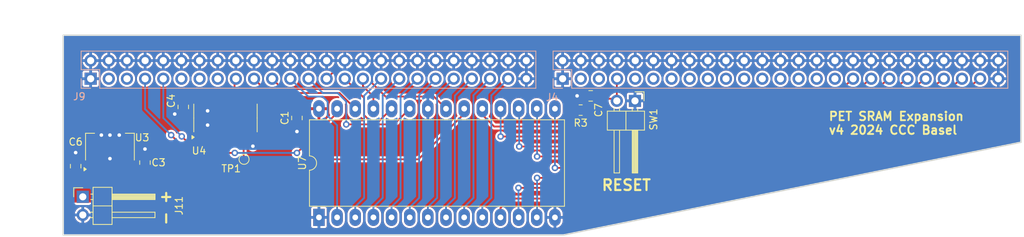
<source format=kicad_pcb>
(kicad_pcb
	(version 20240108)
	(generator "pcbnew")
	(generator_version "8.0")
	(general
		(thickness 1.6)
		(legacy_teardrops no)
	)
	(paper "A4")
	(title_block
		(title "CBM PET SRAM Expansion")
		(date "2024-03-10")
		(rev "4")
		(company "CCC Basel")
	)
	(layers
		(0 "F.Cu" signal)
		(31 "B.Cu" signal)
		(32 "B.Adhes" user "B.Adhesive")
		(33 "F.Adhes" user "F.Adhesive")
		(34 "B.Paste" user)
		(35 "F.Paste" user)
		(36 "B.SilkS" user "B.Silkscreen")
		(37 "F.SilkS" user "F.Silkscreen")
		(38 "B.Mask" user)
		(39 "F.Mask" user)
		(40 "Dwgs.User" user "User.Drawings")
		(41 "Cmts.User" user "User.Comments")
		(42 "Eco1.User" user "User.Eco1")
		(43 "Eco2.User" user "User.Eco2")
		(44 "Edge.Cuts" user)
		(45 "Margin" user)
		(46 "B.CrtYd" user "B.Courtyard")
		(47 "F.CrtYd" user "F.Courtyard")
		(48 "B.Fab" user)
		(49 "F.Fab" user)
		(50 "User.1" user)
		(51 "User.2" user)
		(52 "User.3" user)
		(53 "User.4" user)
		(54 "User.5" user)
		(55 "User.6" user)
		(56 "User.7" user)
		(57 "User.8" user)
		(58 "User.9" user)
	)
	(setup
		(stackup
			(layer "F.SilkS"
				(type "Top Silk Screen")
				(color "White")
			)
			(layer "F.Paste"
				(type "Top Solder Paste")
			)
			(layer "F.Mask"
				(type "Top Solder Mask")
				(color "Purple")
				(thickness 0.01)
			)
			(layer "F.Cu"
				(type "copper")
				(thickness 0.035)
			)
			(layer "dielectric 1"
				(type "core")
				(color "FR4 natural")
				(thickness 1.51)
				(material "FR4")
				(epsilon_r 4.5)
				(loss_tangent 0.02)
			)
			(layer "B.Cu"
				(type "copper")
				(thickness 0.035)
			)
			(layer "B.Mask"
				(type "Bottom Solder Mask")
				(color "Purple")
				(thickness 0.01)
			)
			(layer "B.Paste"
				(type "Bottom Solder Paste")
			)
			(layer "B.SilkS"
				(type "Bottom Silk Screen")
				(color "White")
			)
			(copper_finish "None")
			(dielectric_constraints no)
		)
		(pad_to_mask_clearance 0)
		(allow_soldermask_bridges_in_footprints no)
		(aux_axis_origin 80 70)
		(pcbplotparams
			(layerselection 0x00013fc_ffffffff)
			(plot_on_all_layers_selection 0x0000000_00000000)
			(disableapertmacros no)
			(usegerberextensions no)
			(usegerberattributes yes)
			(usegerberadvancedattributes yes)
			(creategerberjobfile yes)
			(dashed_line_dash_ratio 12.000000)
			(dashed_line_gap_ratio 3.000000)
			(svgprecision 4)
			(plotframeref no)
			(viasonmask no)
			(mode 1)
			(useauxorigin no)
			(hpglpennumber 1)
			(hpglpenspeed 20)
			(hpglpendiameter 15.000000)
			(pdf_front_fp_property_popups yes)
			(pdf_back_fp_property_popups yes)
			(dxfpolygonmode yes)
			(dxfimperialunits yes)
			(dxfusepcbnewfont yes)
			(psnegative no)
			(psa4output no)
			(plotreference yes)
			(plotvalue yes)
			(plotfptext yes)
			(plotinvisibletext no)
			(sketchpadsonfab no)
			(subtractmaskfromsilk yes)
			(outputformat 1)
			(mirror no)
			(drillshape 0)
			(scaleselection 1)
			(outputdirectory "plot/")
		)
	)
	(net 0 "")
	(net 1 "+5V")
	(net 2 "GND")
	(net 3 "/BD0")
	(net 4 "/BD1")
	(net 5 "/BD2")
	(net 6 "/BD3")
	(net 7 "/BD4")
	(net 8 "/BD5")
	(net 9 "/BD6")
	(net 10 "/BD7")
	(net 11 "/~{SEL2}")
	(net 12 "/~{SEL3}")
	(net 13 "/~{SEL4}")
	(net 14 "/~{SEL5}")
	(net 15 "/~{SEL6}")
	(net 16 "/~{SEL7}")
	(net 17 "/~{SEL8}")
	(net 18 "/~{SEL9}")
	(net 19 "/~{SELA}")
	(net 20 "/~{SELB}")
	(net 21 "/~{RESET}")
	(net 22 "/READY")
	(net 23 "/~{NMI}")
	(net 24 "/BA0")
	(net 25 "/BA1")
	(net 26 "/BA2")
	(net 27 "/BA3")
	(net 28 "/BA4")
	(net 29 "/BA5")
	(net 30 "/BA6")
	(net 31 "/BA7")
	(net 32 "/BA8")
	(net 33 "/BA9")
	(net 34 "/BA10")
	(net 35 "/BA11")
	(net 36 "/BA12")
	(net 37 "/BA13")
	(net 38 "/BA14")
	(net 39 "/BA15")
	(net 40 "/SYNC")
	(net 41 "/~{IRQ}")
	(net 42 "/CPHI2")
	(net 43 "/BR{slash}W")
	(net 44 "/~{BR{slash}W}")
	(net 45 "unconnected-(J4-Pin_9-Pad9)")
	(net 46 "unconnected-(J4-Pin_11-Pad11)")
	(net 47 "/~{CE}")
	(net 48 "unconnected-(J9-Pin_3-Pad3)")
	(net 49 "unconnected-(J9-Pin_11-Pad11)")
	(net 50 "+9V")
	(net 51 "Net-(U4-Pad3)")
	(net 52 "unconnected-(U4-Pad12)")
	(footprint "Resistor_SMD:R_0805_2012Metric" (layer "F.Cu") (at 152.4 80.5 180))
	(footprint "Package_SO:SOIC-14_3.9x8.7mm_P1.27mm" (layer "F.Cu") (at 102.7 81.6 90))
	(footprint "Capacitor_SMD:C_0805_2012Metric" (layer "F.Cu") (at 153.8 78.5 180))
	(footprint "Capacitor_SMD:C_0805_2012Metric" (layer "F.Cu") (at 96.8 80.05 -90))
	(footprint "TestPoint:TestPoint_Pad_D1.0mm" (layer "F.Cu") (at 105.3 87.4))
	(footprint "Capacitor_SMD:C_0805_2012Metric" (layer "F.Cu") (at 91.436 87.856 -90))
	(footprint "Connector_PinHeader_2.54mm:PinHeader_1x02_P2.54mm_Horizontal" (layer "F.Cu") (at 82.736 92.656))
	(footprint "Connector_PinHeader_2.54mm:PinHeader_1x02_P2.54mm_Horizontal" (layer "F.Cu") (at 160 79.2 -90))
	(footprint "Capacitor_SMD:C_0805_2012Metric" (layer "F.Cu") (at 112.7 81.6 -90))
	(footprint "Package_DIP:DIP-28_W15.24mm_LongPads" (layer "F.Cu") (at 115.78 95.54 90))
	(footprint "Capacitor_SMD:C_0805_2012Metric" (layer "F.Cu") (at 81.736 88.356 -90))
	(footprint "Package_TO_SOT_SMD:SOT-223-3_TabPin2" (layer "F.Cu") (at 86.536 85.656 90))
	(footprint "Connector_PinSocket_2.54mm:PinSocket_2x25_P2.54mm_Vertical" (layer "B.Cu") (at 83.836 76.096 -90))
	(footprint "Connector_PinSocket_2.54mm:PinSocket_2x25_P2.54mm_Vertical" (layer "B.Cu") (at 149.876 76.096 -90))
	(gr_poly
		(pts
			(xy 80 70) (xy 80 98) (xy 150 98) (xy 214 85) (xy 214 70)
		)
		(stroke
			(width 0.2)
			(type solid)
		)
		(fill none)
		(layer "Edge.Cuts")
		(uuid "be272d7d-28fb-4a21-b5a9-ddee6de1039e")
	)
	(gr_text "RESET"
		(at 155.2 91.9 0)
		(layer "F.SilkS")
		(uuid "ada680d6-551e-4b61-90bd-9334076f4bff")
		(effects
			(font
				(size 1.5 1.5)
				(thickness 0.3)
				(bold yes)
			)
			(justify left bottom)
		)
	)
	(gr_text "PET SRAM Expansion\nv4 2024 CCC Basel"
		(at 187 84 0)
		(layer "F.SilkS")
		(uuid "b8bf4f42-fff9-456d-9deb-5c596e5468c6")
		(effects
			(font
				(size 1.2 1.2)
				(thickness 0.25)
				(bold yes)
			)
			(justify left bottom)
		)
	)
	(gr_text "+ -"
		(at 93.636 91.556 270)
		(layer "F.SilkS")
		(uuid "f575302a-e095-4194-ad15-ebc506393443")
		(effects
			(font
				(size 1.5 1.5)
				(thickness 0.3)
				(bold yes)
			)
			(justify left bottom)
		)
	)
	(dimension
		(type aligned)
		(layer "Dwgs.User")
		(uuid "25c5cbdf-1465-4209-b7a4-4f41b235d643")
		(pts
			(xy 80 70) (xy 80 98)
		)
		(height 2.764)
		(gr_text "28.0000 mm"
			(at 76.086 84 90)
			(layer "Dwgs.User")
			(uuid "25c5cbdf-1465-4209-b7a4-4f41b235d643")
			(effects
				(font
					(size 1 1)
					(thickness 0.15)
				)
			)
		)
		(format
			(prefix "")
			(suffix "")
			(units 3)
			(units_format 1)
			(precision 4)
		)
		(style
			(thickness 0.15)
			(arrow_length 1.27)
			(text_position_mode 0)
			(extension_height 0.58642)
			(extension_offset 0.5) keep_text_aligned)
	)
	(dimension
		(type aligned)
		(layer "Dwgs.User")
		(uuid "dd05ee48-d460-4f4a-ba7d-423e1f3733ea")
		(pts
			(xy 214 70) (xy 80 70)
		)
		(height 2.944)
		(gr_text "134.0000 mm"
			(at 147 65.906 0)
			(layer "Dwgs.User")
			(uuid "dd05ee48-d460-4f4a-ba7d-423e1f3733ea")
			(effects
				(font
					(size 1 1)
					(thickness 0.15)
				)
			)
		)
		(format
			(prefix "")
			(suffix "")
			(units 3)
			(units_format 1)
			(precision 4)
		)
		(style
			(thickness 0.15)
			(arrow_length 1.27)
			(text_position_mode 0)
			(extension_height 0.58642)
			(extension_offset 0.5) keep_text_aligned)
	)
	(segment
		(start 91.436 86.906)
		(end 91.436 85.956)
		(width 0.25)
		(layer "F.Cu")
		(net 2)
		(uuid "011df45a-c56a-4cc1-9390-1a39d77c223f")
	)
	(segment
		(start 100.16 82.64)
		(end 100.2 82.6)
		(width 0.25)
		(layer "F.Cu")
		(net 2)
		(uuid "08643dd7-0e56-4c10-8129-6da5e9ff696d")
	)
	(segment
		(start 152.85 78.5)
		(end 151.9 78.5)
		(width 0.25)
		(layer "F.Cu")
		(net 2)
		(uuid "09936fb2-eb94-4d8a-9873-04801f5759f6")
	)
	(segment
		(start 106.546 84.181)
		(end 106.546 85.546)
		(width 0.25)
		(layer "F.Cu")
		(net 2)
		(uuid "1989c981-e8c9-437e-aa18-336ba27d20e3")
	)
	(segment
		(start 81.736 87.406)
		(end 81.736 86.456)
		(width 0.25)
		(layer "F.Cu")
		(net 2)
		(uuid "3f95890b-961e-49b9-9d7b-2cd1f8c21a78")
	)
	(segment
		(start 100.16 79.125)
		(end 100.16 80.56)
		(width 0.25)
		(layer "F.Cu")
		(net 2)
		(uuid "9078e618-2aa9-43e9-958d-a3c79df963c4")
	)
	(segment
		(start 98.89 84.075)
		(end 100.16 84.075)
		(width 0.25)
		(layer "F.Cu")
		(net 2)
		(uuid "ad363c8d-bb74-4beb-bc6b-70b8237f3fd4")
	)
	(segment
		(start 100.16 80.56)
		(end 100.2 80.6)
		(width 0.25)
		(layer "F.Cu")
		(net 2)
		(uuid "b20ca6bd-30a2-4d0c-91ff-418769c11137")
	)
	(segment
		(start 112.7 82.55)
		(end 112.7 83.5)
		(width 0.25)
		(layer "F.Cu")
		(net 2)
		(uuid "c1c69e82-24b6-4de5-8a2d-c008c05670bb")
	)
	(segment
		(start 106.546 85.546)
		(end 106.536 85.556)
		(width 0.25)
		(layer "F.Cu")
		(net 2)
		(uuid "e50a67c0-8908-49ba-b1df-c003ad73d663")
	)
	(segment
		(start 100.16 84.075)
		(end 100.16 82.64)
		(width 0.25)
		(layer "F.Cu")
		(net 2)
		(uuid "f412aecd-c210-4b3d-8eb9-e882dd5c501e")
	)
	(segment
		(start 95.644 81.006)
		(end 95.6 81.05)
		(width 0.25)
		(layer "F.Cu")
		(net 2)
		(uuid "f5e250d8-bd92-4f93-83c9-a7dd879221ca")
	)
	(segment
		(start 96.786 81.006)
		(end 95.644 81.006)
		(width 0.25)
		(layer "F.Cu")
		(net 2)
		(uuid "fbbf6420-a820-4acd-bd20-864b2326a1d4")
	)
	(via
		(at 86.536 84)
		(size 0.9)
		(drill 0.5)
		(layers "F.Cu" "B.Cu")
		(net 2)
		(uuid "0da8a494-c134-49fe-b3a9-f9b3426eed95")
	)
	(via
		(at 86.536 87.3)
		(size 0.9)
		(drill 0.5)
		(layers "F.Cu" "B.Cu")
		(net 2)
		(uuid "3cfaebeb-7fe8-4b5d-92f6-c84a2aab1056")
	)
	(via
		(at 91.436 85.956)
		(size 0.9)
		(drill 0.5)
		(layers "F.Cu" "B.Cu")
		(net 2)
		(uuid "435c66de-af88-4171-a0b0-b8a13dccdc14")
	)
	(via
		(at 95.6 81.05)
		(size 0.9)
		(drill 0.5)
		(layers "F.Cu" "B.Cu")
		(net 2)
		(uuid "499cbfd1-0075-484f-a404-c5eff30afd46")
	)
	(via
		(at 100.2 82.6)
		(size 0.9)
		(drill 0.5)
		(layers "F.Cu" "B.Cu")
		(net 2)
		(uuid "672268ce-e32c-4812-ad17-6428ea38b051")
	)
	(via
		(at 106.536 85.556)
		(size 0.9)
		(drill 0.5)
		(layers "F.Cu" "B.Cu")
		(net 2)
		(uuid "6de8f9c1-096d-41ff-a901-6a6dfa13d2ec")
	)
	(via
		(at 85.336 84)
		(size 0.9)
		(drill 0.5)
		(layers "F.Cu" "B.Cu")
		(net 2)
		(uuid "7eec2928-bca4-4d37-9646-3aba21192767")
	)
	(via
		(at 87.836 84)
		(size 0.9)
		(drill 0.5)
		(layers "F.Cu" "B.Cu")
		(net 2)
		(uuid "83324a08-e1b8-4a03-8032-158e41eae093")
	)
	(via
		(at 81.736 86.456)
		(size 0.9)
		(drill 0.5)
		(layers "F.Cu" "B.Cu")
		(net 2)
		(uuid "937a74fe-deb6-42a4-9615-0ba7fc53e4ce")
	)
	(via
		(at 151.9 78.5)
		(size 0.9)
		(drill 0.5)
		(layers "F.Cu" "B.Cu")
		(net 2)
		(uuid "a612e9e5-1c63-443a-8260-f00bab1076ae")
	)
	(via
		(at 112.7 83.5)
		(size 0.9)
		(drill 0.5)
		(layers "F.Cu" "B.Cu")
		(net 2)
		(uuid "b0612053-dc0e-4c72-97ae-fd3071074bb9")
	)
	(via
		(at 100.2 80.6)
		(size 0.9)
		(drill 0.5)
		(layers "F.Cu" "B.Cu")
		(net 2)
		(uuid "e16e416c-8c3d-4eb4-896d-6bc0042c9b80")
	)
	(segment
		(start 141.18 94.22)
		(end 142.5 92.9)
		(width 0.25)
		(layer "F.Cu")
		(net 3)
		(uuid "1ab0d72f-9bb7-4f29-98d4-2b6f0d41746a")
	)
	(segment
		(start 142.5 92.9)
		(end 151.2 92.9)
		(width 0.25)
		(layer "F.Cu")
		(net 3)
		(uuid "4e6d29f6-9f05-4589-80d9-1564b4b030a7")
	)
	(segment
		(start 151.2 92.9)
		(end 198.24755 83.44755)
		(width 0.25)
		(layer "F.Cu")
		(net 3)
		(uuid "54028cb2-2aa4-4e8a-b2d0-b5b3f12c5b90")
	)
	(segment
		(start 198.236 83.456)
		(end 208.296 76.096)
		(width 0.25)
		(layer "F.Cu")
		(net 3)
		(uuid "5f48dd48-ebc5-4c5f-bcab-c23a9c526fd4")
	)
	(segment
		(start 141.18 95.54)
		(end 141.18 94.22)
		(width 0.25)
		(layer "F.Cu")
		(net 3)
		(uuid "e12bd57a-dbba-4902-94f5-a5d15f340bf7")
	)
	(segment
		(start 197.136 82.556)
		(end 205.756 76.096)
		(width 0.25)
		(layer "F.Cu")
		(net 4)
		(uuid "55001221-5b96-4dcd-951e-549dbc7b2eb6")
	)
	(segment
		(start 151.2 91.4)
		(end 197.136 82.556)
		(width 0.25)
		(layer "F.Cu")
		(net 4)
		(uuid "d55dc473-f535-451a-b953-359cfe4991f1")
	)
	(segment
		(start 143.7 91.4)
		(end 151.2 91.4)
		(width 0.25)
		(layer "F.Cu")
		(net 4)
		(uuid "ed14d8b1-d58f-4c7d-8b11-c69b459c76e3")
	)
	(via
		(at 143.7 91.4)
		(size 0.9)
		(drill 0.5)
		(layers "F.Cu" "B.Cu")
		(net 4)
		(uuid "9eaf2256-1b3f-42b7-998d-76e3f3f0ee50")
	)
	(segment
		(start 143.7 95.52)
		(end 143.72 95.54)
		(width 0.25)
		(layer "B.Cu")
		(net 4)
		(uuid "c79fc09a-5e59-4a97-be14-7d74cda81cf9")
	)
	(segment
		(start 143.7 91.4)
		(end 143.7 95.52)
		(width 0.25)
		(layer "B.Cu")
		(net 4)
		(uuid "fe4ec230-7a16-48d2-aa57-b8a4e0a5c6cc")
	)
	(segment
		(start 146.25 90)
		(end 151.15 90)
		(width 0.25)
		(layer "F.Cu")
		(net 5)
		(uuid "0977bdf4-4be7-4e81-9b89-f7d94ce37326")
	)
	(segment
		(start 195.436 81.756)
		(end 203.216 76.096)
		(width 0.25)
		(layer "F.Cu")
		(net 5)
		(uuid "4e69342a-c699-418b-b06a-fa287d10a1a2")
	)
	(segment
		(start 151.15 90)
		(end 195.436 81.756)
		(width 0.25)
		(layer "F.Cu")
		(net 5)
		(uuid "864ccca1-5280-4c75-82d7-e94e0cbe16f8")
	)
	(via
		(at 146.3 90)
		(size 0.9)
		(drill 0.5)
		(layers "F.Cu" "B.Cu")
		(net 5)
		(uuid "39f873ae-e84e-4f6e-b1f1-03c475bcc41a")
	)
	(segment
		(start 146.3 95.5)
		(end 146.26 95.54)
		(width 0.25)
		(layer "B.Cu")
		(net 5)
		(uuid "5726c7ee-4e48-4120-acc0-8935231a6b3f")
	)
	(segment
		(start 146.3 90.1)
		(end 146.3 95.5)
		(width 0.25)
		(layer "B.Cu")
		(net 5)
		(uuid "aafb9f13-a149-44fb-9586-7e29b7ac3611")
	)
	(segment
		(start 193.936 80.956)
		(end 200.676 76.096)
		(width 0.25)
		(layer "F.Cu")
		(net 6)
		(uuid "d8c353b5-a3d7-484e-8216-6044488beff3")
	)
	(segment
		(start 151.2 88.6)
		(end 193.936 80.956)
		(width 0.25)
		(layer "F.Cu")
		(net 6)
		(uuid "e291ff78-c7e8-420c-a24b-b32ba9b2b869")
	)
	(segment
		(start 151.2 88.6)
		(end 148.8 88.6)
		(width 0.25)
		(layer "F.Cu")
		(net 6)
		(uuid "e9206293-1518-4074-8715-7d0698eca963")
	)
	(via
		(at 148.8 88.6)
		(size 0.9)
		(drill 0.5)
		(layers "F.Cu" "B.Cu")
		(net 6)
		(uuid "ec7e1c9b-9247-4cd2-a3db-37dcb7ae5e25")
	)
	(segment
		(start 148.8 88.6)
		(end 148.8 80.3)
		(width 0.25)
		(layer "B.Cu")
		(net 6)
		(uuid "8d13453b-c68b-48f9-ae87-21f389d7bb47")
	)
	(segment
		(start 198.136 76.096)
		(end 192.536 80.156)
		(width 0.25)
		(layer "F.Cu")
		(net 7)
		(uuid "0f5c8c98-2fef-47ac-bd3a-14557d5e78c0")
	)
	(segment
		(start 192.536 80.156)
		(end 151.2 87)
		(width 0.25)
		(layer "F.Cu")
		(net 7)
		(uuid "766c6ed1-2c61-440b-b7bb-358c6a7e0045")
	)
	(segment
		(start 151.2 87)
		(end 146.3 87)
		(width 0.25)
		(layer "F.Cu")
		(net 7)
		(uuid "f288cbec-b4d1-43a8-a814-b07c19173544")
	)
	(via
		(at 146.3 87)
		(size 0.9)
		(drill 0.5)
		(layers "F.Cu" "B.Cu")
		(net 7)
		(uuid "eddc62ec-a789-47df-8019-7d2eb7ffef55")
	)
	(segment
		(start 146.3 87)
		(end 146.3 80.34)
		(width 0.25)
		(layer "B.Cu")
		(net 7)
		(uuid "5603e0ca-6dba-4816-823f-5828e2b1b299")
	)
	(segment
		(start 146.3 80.34)
		(end 146.26 80.3)
		(width 0.25)
		(layer "B.Cu")
		(net 7)
		(uuid "c602900a-08ac-429e-97bf-c687197fb4d7")
	)
	(segment
		(start 151.2 85.6)
		(end 143.8 85.6)
		(width 0.25)
		(layer "F.Cu")
		(net 8)
		(uuid "09b17a13-9fba-4b0f-9dc5-6dafa2305039")
	)
	(segment
		(start 191.336 79.256)
		(end 195.596 76.096)
		(width 0.25)
		(layer "F.Cu")
		(net 8)
		(uuid "91ea0062-e015-48c9-850f-282d10a79093")
	)
	(segment
		(start 151.2 85.6)
		(end 191.336 79.256)
		(width 0.25)
		(layer "F.Cu")
		(net 8)
		(uuid "f97c73e1-4782-453b-83bd-bfc8cd00dc69")
	)
	(via
		(at 143.8 85.6)
		(size 0.9)
		(drill 0.5)
		(layers "F.Cu" "B.Cu")
		(net 8)
		(uuid "895f7e9b-adb3-4c5d-8533-fafd39efc054")
	)
	(segment
		(start 143.8 85.6)
		(end 143.8 80.38)
		(width 0.25)
		(layer "B.Cu")
		(net 8)
		(uuid "09b0b4f9-9495-43f6-a341-e6ca0f3c2e9e")
	)
	(segment
		(start 143.8 80.38)
		(end 143.72 80.3)
		(width 0.25)
		(layer "B.Cu")
		(net 8)
		(uuid "a1357399-9681-47e1-85f5-0114eb2add10")
	)
	(segment
		(start 193.056 76.096)
		(end 189.936 78.456)
		(width 0.25)
		(layer "F.Cu")
		(net 9)
		(uuid "654e96e7-0eb6-4fd5-83ef-abd6eac38709")
	)
	(segment
		(start 189.936 78.456)
		(end 151.2 84.2)
		(width 0.25)
		(layer "F.Cu")
		(net 9)
		(uuid "903f61b6-8c32-4aff-8c04-e35672535ebe")
	)
	(segment
		(start 151.2 84.2)
		(end 141.2 84.2)
		(width 0.25)
		(layer "F.Cu")
		(net 9)
		(uuid "b93b38e5-d752-48eb-af16-81e15a0ecf50")
	)
	(via
		(at 141.2 84.2)
		(size 0.9)
		(drill 0.5)
		(layers "F.Cu" "B.Cu")
		(net 9)
		(uuid "36555901-e116-43a6-bf1d-257a6fe99b56")
	)
	(segment
		(start 141.2 80.32)
		(end 141.18 80.3)
		(width 0.25)
		(layer "B.Cu")
		(net 9)
		(uuid "18f5cf23-25cb-4253-b15d-ddd9354e6980")
	)
	(segment
		(start 141.2 84.1)
		(end 141.2 80.32)
		(width 0.25)
		(layer "B.Cu")
		(net 9)
		(uuid "280f8df1-225c-4ae5-b0e2-f0e344558492")
	)
	(segment
		(start 151.2 82.8)
		(end 140.3 82.8)
		(width 0.25)
		(layer "F.Cu")
		(net 10)
		(uuid "54c136e2-f325-4a6f-8b6a-36c46d914dd7")
	)
	(segment
		(start 190.516 76.096)
		(end 188.836 77.556)
		(width 0.25)
		(layer "F.Cu")
		(net 10)
		(uuid "b0e1848c-ae16-4ce3-9ac1-b0a9a5a31d91")
	)
	(segment
		(start 140.3 82.8)
		(end 138.64 81.14)
		(width 0.25)
		(layer "F.Cu")
		(net 10)
		(uuid "b282f59f-4172-4054-9293-c567e344dae5")
	)
	(segment
		(start 188.836 77.556)
		(end 151.2 82.8)
		(width 0.25)
		(layer "F.Cu")
		(net 10)
		(uuid "cbda3b08-5d73-4b9d-8fd1-7afde2319e99")
	)
	(segment
		(start 138.64 81.14)
		(end 138.64 80.3)
		(width 0.25)
		(layer "F.Cu")
		(net 10)
		(uuid "e4b3b747-1bcd-4ab2-9754-d7df727907cb")
	)
	(segment
		(start 157.46 76.132)
		(end 157.46 79.2)
		(width 0.25)
		(layer "F.Cu")
		(net 21)
		(uuid "1c58a734-9233-4765-bf81-0cce6e05021e")
	)
	(segment
		(start 154.75 78.75)
		(end 153.3125 80.1875)
		(width 0.25)
		(layer "F.Cu")
		(net 21)
		(uuid "2314484d-83af-4de8-99af-5dbf64b0f33e")
	)
	(segment
		(start 155.15 78.9)
		(end 157.16 78.9)
		(width 0.25)
		(layer "F.Cu")
		(net 21)
		(uuid "3deb744d-c0a1-451b-ab64-f5ebe579a5a7")
	)
	(segment
		(start 153.3125 80.1875)
		(end 153.3125 80.5)
		(width 0.25)
		(layer "F.Cu")
		(net 21)
		(uuid "4cf663d1-14a0-49a5-a48a-5e9dbe418a22")
	)
	(segment
		(start 154.75 78.5)
		(end 155.15 78.9)
		(width 0.25)
		(layer "F.Cu")
		(net 21)
		(uuid "66703641-1a43-4340-aba1-3764705c9b50")
	)
	(segment
		(start 154.75 78.5)
		(end 154.75 78.75)
		(width 0.25)
		(layer "F.Cu")
		(net 21)
		(uuid "68a30df9-a8f4-4cac-abab-6d9f5f5f4622")
	)
	(segment
		(start 157.16 78.9)
		(end 157.46 79.2)
		(width 0.25)
		(layer "F.Cu")
		(net 21)
		(uuid "d2bfd976-5802-48ca-bf7c-d779cc17138c")
	)
	(segment
		(start 157.496 76.096)
		(end 157.46 76.132)
		(width 0.25)
		(layer "F.Cu")
		(net 21)
		(uuid "f34e2ea7-c6f2-44b5-9267-d6e5baf0f496")
	)
	(segment
		(start 139.9 92.8)
		(end 139.9 78.452)
		(width 0.25)
		(layer "B.Cu")
		(net 24)
		(uuid "6db03186-a261-4c8a-882c-2d733e6af498")
	)
	(segment
		(start 138.64 94.06)
		(end 139.9 92.8)
		(width 0.25)
		(layer "B.Cu")
		(net 24)
		(uuid "7534e674-0e3b-48cc-8e21-db5d91e91fde")
	)
	(segment
		(start 139.9 78.452)
		(end 142.256 76.096)
		(width 0.25)
		(layer "B.Cu")
		(net 24)
		(uuid "900f4a94-f2f6-4ff8-962f-2a3dce9f0c03")
	)
	(segment
		(start 138.64 95.54)
		(end 138.64 94.06)
		(width 0.25)
		(layer "B.Cu")
		(net 24)
		(uuid "f8363d26-c672-4fc2-ab0d-3563098f01cf")
	)
	(segment
		(start 136.1 95.54)
		(end 136.1 94.1)
		(width 0.25)
		(layer "B.Cu")
		(net 25)
		(uuid "ac060fb3-4fca-4aeb-a010-8a5696407753")
	)
	(segment
		(start 136.1 94.1)
		(end 137.4 92.8)
		(width 0.25)
		(layer "B.Cu")
		(net 25)
		(uuid "ca1cf276-f982-4e61-ac5c-752385a2ac60")
	)
	(segment
		(start 137.4 78.412)
		(end 139.716 76.096)
		(width 0.25)
		(layer "B.Cu")
		(net 25)
		(uuid "dfa3ffe7-adb8-4e71-8bb0-385122c3f229")
	)
	(segment
		(start 137.4 92.8)
		(end 137.4 78.412)
		(width 0.25)
		(layer "B.Cu")
		(net 25)
		(uuid "e59c9a5f-0574-4f8d-94b2-fca3bb282e72")
	)
	(segment
		(start 134.8 92.8)
		(end 134.8 78.472)
		(width 0.25)
		(layer "B.Cu")
		(net 26)
		(uuid "391684f2-32b1-4527-aa24-4e7a2659bb8b")
	)
	(segment
		(start 133.56 94.04)
		(end 134.8 92.8)
		(width 0.25)
		(layer "B.Cu")
		(net 26)
		(uuid "7b5bc7c8-b14b-420c-b2ce-fd6ee68a5018")
	)
	(segment
		(start 133.56 95.54)
		(end 133.56 94.04)
		(width 0.25)
		(layer "B.Cu")
		(net 26)
		(uuid "82ab3a76-5fb8-4871-ae2a-b19c43035c8b")
	)
	(segment
		(start 134.8 78.472)
		(end 137.176 76.096)
		(width 0.25)
		(layer "B.Cu")
		(net 26)
		(uuid "edcc1219-4bee-4e8e-a004-94b336fcddfd")
	)
	(segment
		(start 131.02 95.54)
		(end 131.02 94.096)
		(width 0.25)
		(layer "B.Cu")
		(net 27)
		(uuid "60b12101-a8e6-43e4-a2cf-69758d10bfbe")
	)
	(segment
		(start 132.316 92.8)
		(end 132.316 78.416)
		(width 0.25)
		(layer "B.Cu")
		(net 27)
		(uuid "66ebc666-0155-4b42-82e8-78537dc8115f")
	)
	(segment
		(start 131.02 94.096)
		(end 132.316 92.8)
		(width 0.25)
		(layer "B.Cu")
		(net 27)
		(uuid "ab9e5783-079a-4780-8150-cbe3543a6839")
	)
	(segment
		(start 132.316 78.416)
		(end 134.636 76.096)
		(width 0.25)
		(layer "B.Cu")
		(net 27)
		(uuid "fed0a188-ab03-4e27-8bce-ff3583977948")
	)
	(segment
		(start 129.8 78.392)
		(end 132.096 76.096)
		(width 0.25)
		(layer "B.Cu")
		(net 28)
		(uuid "0fbe543b-fc5e-4e02-8191-78da3cb1c3b5")
	)
	(segment
		(start 129.8 92.8)
		(end 129.8 78.392)
		(width 0.25)
		(layer "B.Cu")
		(net 28)
		(uuid "96af9faa-b353-4076-aebf-b49eebbbdab6")
	)
	(segment
		(start 128.48 95.54)
		(end 128.48 94.12)
		(width 0.25)
		(layer "B.Cu")
		(net 28)
		(uuid "dff74ef4-c48d-4213-bea2-823bf54c7c83")
	)
	(segment
		(start 128.48 94.12)
		(end 129.8 92.8)
		(width 0.25)
		(layer "B.Cu")
		(net 28)
		(uuid "e35a24bd-cb9f-44b6-9816-3e2a17741872")
	)
	(segment
		(start 125.94 95.54)
		(end 125.94 94.06)
		(width 0.25)
		(layer "B.Cu")
		(net 29)
		(uuid "2baebb57-fac4-4e3b-8505-330ffbf5a4de")
	)
	(segment
		(start 127.2 92.8)
		(end 127.2 78.452)
		(width 0.25)
		(layer "B.Cu")
		(net 29)
		(uuid "4242e894-961f-436e-aaba-65f02ca5730f")
	)
	(segment
		(start 125.94 94.06)
		(end 127.2 92.8)
		(width 0.25)
		(layer "B.Cu")
		(net 29)
		(uuid "6575b085-59ec-40c1-bb6e-b5ba9bf05855")
	)
	(segment
		(start 127.2 78.452)
		(end 129.556 76.096)
		(width 0.25)
		(layer "B.Cu")
		(net 29)
		(uuid "6a6837d5-1b43-4dfd-82d4-dac1a24f8026")
	)
	(segment
		(start 124.7 78.412)
		(end 127.016 76.096)
		(width 0.25)
		(layer "B.Cu")
		(net 30)
		(uuid "3889fee5-0b04-4d9f-b48f-a3f0601fb1ca")
	)
	(segment
		(start 124.7 92.8)
		(end 124.7 78.412)
		(width 0.25)
		(layer "B.Cu")
		(net 30)
		(uuid "54a61146-9f23-40e9-b844-9dc5b081056c")
	)
	(segment
		(start 123.4 95.54)
		(end 123.4 94.1)
		(width 0.25)
		(layer "B.Cu")
		(net 30)
		(uuid "6c33fcee-3814-4076-9714-866f4afef8e7")
	)
	(segment
		(start 123.4 94.1)
		(end 124.7 92.8)
		(width 0.25)
		(layer "B.Cu")
		(net 30)
		(uuid "c9a34eee-cf49-4bb7-9b4d-075eafc754e6")
	)
	(segment
		(start 122.1 78.472)
		(end 124.476 76.096)
		(width 0.25)
		(layer "B.Cu")
		(net 31)
		(uuid "1f987f5a-7ce0-4a39-a1b9-e4a5c8fe864b")
	)
	(segment
		(start 122.1 92.8)
		(end 122.1 78.472)
		(width 0.25)
		(layer "B.Cu")
		(net 31)
		(uuid "72cfafaf-d29f-4fd5-8a42-4de13b179abe")
	)
	(segment
		(start 120.86 95.54)
		(end 120.86 94.04)
		(width 0.25)
		(layer "B.Cu")
		(net 31)
		(uuid "91d0d1b4-9fb5-4ac8-a467-6c590ad021d4")
	)
	(segment
		(start 120.86 94.04)
		(end 122.1 92.8)
		(width 0.25)
		(layer "B.Cu")
		(net 31)
		(uuid "fe8008d6-0e1a-4a4c-816f-b8b5e2072f36")
	)
	(segment
		(start 121.936 77.136)
		(end 123.4 78.6)
		(width 0.25)
		(layer "F.Cu")
		(net 32)
		(uuid "d22091d6-b932-4c05-8331-8b91f6cdfe70")
	)
	(segment
		(start 121.936 76.096)
		(end 121.936 77.136)
		(width 0.25)
		(layer "F.Cu")
		(net 32)
		(uuid "e4b8f691-5a71-4251-b88e-f0dcde463070")
	)
	(segment
		(start 123.4 78.6)
		(end 123.4 80.3)
		(width 0.25)
		(layer "F.Cu")
		(net 32)
		(uuid "fd20afc4-2434-4449-a8ca-3692e5613965")
	)
	(segment
		(start 124.24 82)
		(end 122.9 82)
		(width 0.25)
		(layer "F.Cu")
		(net 33)
		(uuid "1ca108dd-208c-4fa3-b845-77aedbd2170d")
	)
	(segment
		(start 125.94 80.3)
		(end 124.24 82)
		(width 0.25)
		(layer "F.Cu")
		(net 33)
		(uuid "279d6eee-ea12-4310-a062-6fa8a77c968f")
	)
	(segment
		(start 122.1 78.8)
		(end 119.396 76.096)
		(width 0.25)
		(layer "F.Cu")
		(net 33)
		(uuid "531a46ac-90e7-49e8-92c0-e683e34c6dfa")
	)
	(segment
		(start 122.9 82)
		(end 122.1 81.2)
		(width 0.25)
		(layer "F.Cu")
		(net 33)
		(uuid "83057144-3fdf-4995-b36c-0456c2ae5383")
	)
	(segment
		(start 122.1 81.2)
		(end 122.1 78.8)
		(width 0.25)
		(layer "F.Cu")
		(net 33)
		(uuid "b6cb83b6-0d03-4302-9df7-94f6d243cb27")
	)
	(segment
		(start 118.152 74.8)
		(end 116.856 76.096)
		(width 0.25)
		(layer "F.Cu")
		(net 34)
		(uuid "08f23b9e-6bc7-4479-8e87-1acc2ff349da")
	)
	(segment
		(start 131.86 78.6)
		(end 125.1 78.6)
		(width 0.25)
		(layer "F.Cu")
		(net 34)
		(uuid "15b98266-b695-48c7-b0e2-90c9d422308b")
	)
	(segment
		(start 125.1 78.6)
		(end 123.2 76.7)
		(width 0.25)
		(layer "F.Cu")
		(net 34)
		(uuid "18c490d5-53c1-4258-b366-b18a85cc399c")
	)
	(segment
		(start 133.56 80.3)
		(end 131.86 78.6)
		(width 0.25)
		(layer "F.Cu")
		(net 34)
		(uuid "59eec7ef-ffa3-4985-bb99-b4e31b3ed0cd")
	)
	(segment
		(start 123.2 75.5)
		(end 122.5 74.8)
		(width 0.25)
		(layer "F.Cu")
		(net 34)
		(uuid "7f2d6032-1395-46b3-8791-284c6e8f43a3")
	)
	(segment
		(start 122.5 74.8)
		(end 118.152 74.8)
		(width 0.25)
		(layer "F.Cu")
		(net 34)
		(uuid "c3f9b0fb-dffe-4409-bc44-25a833798a3a")
	)
	(segment
		(start 123.2 76.7)
		(end 123.2 75.5)
		(width 0.25)
		(layer "F.Cu")
		(net 34)
		(uuid "ee21fc1a-e460-4a9c-89aa-e66932d2a50f")
	)
	(segment
		(start 128.48 80.3)
		(end 126.28 82.5)
		(width 0.25)
		(layer "F.Cu")
		(net 35)
		(uuid "4813722d-072c-43c2-97f9-a9775eaf4d45")
	)
	(segment
		(start 126.28 82.5)
		(end 120.7 82.5)
		(width 0.25)
		(layer "F.Cu")
		(net 35)
		(uuid "7fa837f8-a953-49ff-a1f5-88fb965c917f")
	)
	(segment
		(start 119.6 82.5)
		(end 120.7 82.5)
		(width 0.25)
		(layer "F.Cu")
		(net 35)
		(uuid "d1a9a8a1-9d58-4032-b754-7bf63d432794")
	)
	(via
		(at 119.6 82.5)
		(size 0.9)
		(drill 0.5)
		(layers "F.Cu" "B.Cu")
		(net 35)
		(uuid "daeaf07e-28d3-42bf-8b70-74c3bf421589")
	)
	(segment
		(start 116.32 78.1)
		(end 118.4 78.1)
		(width 0.25)
		(layer "B.Cu")
		(net 35)
		(uuid "383588e1-29f7-4674-88ab-8c30cafb839e")
	)
	(segment
		(start 118.4 78.1)
		(end 119.6 79.3)
		(width 0.25)
		(layer "B.Cu")
		(net 35)
		(uuid "60ffa7ca-4772-4d64-b3c3-5400bddff698")
	)
	(segment
		(start 114.316 76.096)
		(end 116.32 78.1)
		(width 0.25)
		(layer "B.Cu")
		(net 35)
		(uuid "95e882f3-2a68-4894-9b87-4d662fcc5ff0")
	)
	(segment
		(start 119.6 79.3)
		(end 119.6 82.5)
		(width 0.25)
		(layer "B.Cu")
		(net 35)
		(uuid "e84543f3-56a7-42e9-a888-3101ec34a740")
	)
	(segment
		(start 116.3 78.6)
		(end 117 79.3)
		(width 0.25)
		(layer "B.Cu")
		(net 36)
		(uuid "68948320-0738-407b-96c9-69a1f5f560bd")
	)
	(segment
		(start 118.32 82.62)
		(end 118.32 95.54)
		(width 0.25)
		(layer "B.Cu")
		(net 36)
		(uuid "89ee86e8-6b0e-491b-b675-a1b3cc3a6bc2")
	)
	(segment
		(start 114.28 78.6)
		(end 116.3 78.6)
		(width 0.25)
		(layer "B.Cu")
		(net 36)
		(uuid "ab8bf35c-8bf5-417d-bb63-06771cbe8453")
	)
	(segment
		(start 117 79.3)
		(end 117 81.3)
		(width 0.25)
		(layer "B.Cu")
		(net 36)
		(uuid "d16a38a1-8499-4496-9a82-c2a1dc37d266")
	)
	(segment
		(start 117 81.3)
		(end 118.32 82.62)
		(width 0.25)
		(layer "B.Cu")
		(net 36)
		(uuid "d40827b5-df28-4f42-a928-5d29082c7da3")
	)
	(segment
		(start 111.776 76.096)
		(end 114.28 78.6)
		(width 0.25)
		(layer "B.Cu")
		(net 36)
		(uuid "e0684d71-1743-4f7b-bd19-1305ea77f151")
	)
	(segment
		(start 120.86 80.3)
		(end 118.66 78.1)
		(width 0.25)
		(layer "F.Cu")
		(net 37)
		(uuid "35791ea2-cc97-41bd-bfa1-914089a54bd5")
	)
	(segment
		(start 111.24 78.1)
		(end 109.236 76.096)
		(width 0.25)
		(layer "F.Cu")
		(net 37)
		(uuid "aa567e73-a31e-4678-920a-584156077c76")
	)
	(segment
		(start 118.66 78.1)
		(end 111.24 78.1)
		(width 0.25)
		(layer "F.Cu")
		(net 37)
		(uuid "cfe83df0-9fe6-406e-b42f-f7a5048ded13")
	)
	(segment
		(start 104.5 81.6)
		(end 106.2 81.6)
		(width 0.25)
		(layer "F.Cu")
		(net 38)
		(uuid "08b11300-dee7-47b1-b891-5627f72d95c1")
	)
	(segment
		(start 107.5 76.9)
		(end 106.696 76.096)
		(width 0.25)
		(layer "F.Cu")
		(net 38)
		(uuid "1e3c5a9a-9f2b-435c-a06a-bf713fa1f445")
	)
	(segment
		(start 102.7 83.4)
		(end 104.5 81.6)
		(width 0.25)
		(layer "F.Cu")
		(net 38)
		(uuid "2a4bdd2f-066d-46d8-904a-cdb594a9e06e")
	)
	(segment
		(start 102.7 84.075)
		(end 102.7 83.4)
		(width 0.25)
		(layer "F.Cu")
		(net 38)
		(uuid "319fb3d9-a79f-463a-be65-b582266ec84e")
	)
	(segment
		(start 107.5 80.3)
		(end 107.5 76.9)
		(width 0.25)
		(layer "F.Cu")
		(net 38)
		(uuid "9902aad7-94f7-45e9-91a9-f8a71f62a90f")
	)
	(segment
		(start 106.2 81.6)
		(end 107.5 80.3)
		(width 0.25)
		(layer "F.Cu")
		(net 38)
		(uuid "a7b1bb26-c106-41e1-bdc1-beb60c69655c")
	)
	(segment
		(start 103.97 79.125)
		(end 105.24 79.125)
		(width 0.25)
		(layer "F.Cu")
		(net 39)
		(uuid "0cca3213-6116-48fa-bba8-d27027c330d0")
	)
	(segment
		(start 103.97 76.282)
		(end 104.156 76.096)
		(width 0.25)
		(layer "F.Cu")
		(net 39)
		(uuid "26b55789-3e48-48f5-a9ab-2bf926370073")
	)
	(segment
		(start 102.7 79.125)
		(end 103.97 79.125)
		(width 0.25)
		(layer "F.Cu")
		(net 39)
		(uuid "7b8243cb-5ef6-4982-ba0b-04bee56dd766")
	)
	(segment
		(start 103.97 79.125)
		(end 103.97 76.282)
		(width 0.25)
		(layer "F.Cu")
		(net 39)
		(uuid "84bc0388-10dc-44dd-9ab2-6a9e50b612ca")
	)
	(segment
		(start 98.1 85.7)
		(end 96.581 84.181)
		(width 0.25)
		(layer "F.Cu")
		(net 42)
		(uuid "5511dabb-f422-4236-99bd-88304e02d1ac")
	)
	(segment
		(start 103.2 85.7)
		(end 98.1 85.7)
		(width 0.25)
		(layer "F.Cu")
		(net 42)
		(uuid "7c6a7598-c628-4df0-8885-4f2b0eb183a2")
	)
	(segment
		(start 104.006 84.894)
		(end 103.2 85.7)
		(width 0.25)
		(layer "F.Cu")
		(net 42)
		(uuid "a29e8e6c-d9e5-462e-aef3-5dc09603483a")
	)
	(segment
		(start 104.006 84.181)
		(end 104.006 84.894)
		(width 0.25)
		(layer "F.Cu")
		(net 42)
		(uuid "fb1c2f0b-27ce-40dd-9fb7-91bd4b57a686")
	)
	(via
		(at 96.581 84.181)
		(size 0.9)
		(drill 0.5)
		(layers "F.Cu" "B.Cu")
		(net 42)
		(uuid "a74c2284-d92f-4cd9-9251-ae43359d094f")
	)
	(segment
		(start 96.581 84.181)
		(end 94 81.6)
		(width 0.25)
		(layer "B.Cu")
		(net 42)
		(uuid "457d307e-7a35-4104-96bb-bd1525611b6a")
	)
	(segment
		(start 94 81.6)
		(end 94 76.1)
		(width 0.25)
		(layer "B.Cu")
		(net 42)
		(uuid "7d4db51c-69f5-41ff-bd93-1b03d2b3d40d")
	)
	(segment
		(start 94 76.1)
		(end 93.996 76.096)
		(width 0.25)
		(layer "B.Cu")
		(net 42)
		(uuid "ab6879a5-914e-492e-ab46-6fbf3305cec5")
	)
	(segment
		(start 118.32 80.88)
		(end 112.7 86.5)
		(width 0.25)
		(layer "F.Cu")
		(net 43)
		(uuid "2a993134-b6d9-4fa3-b2c0-9cf28ee2a6fd")
	)
	(segment
		(start 97.6 86.5)
		(end 95.1 84)
		(width 0.25)
		(layer "F.Cu")
		(net 43)
		(uuid "3c67bb1f-3b6a-4149-8f96-97d0aa3ebdd4")
	)
	(segment
		(start 118.32 80.3)
		(end 118.32 80.88)
		(width 0.25)
		(layer "F.Cu")
		(net 43)
		(uuid "4f921d12-0d46-4b46-9f33-3c0676bb715b")
	)
	(segment
		(start 102.5 86.5)
		(end 104 86.5)
		(width 0.25)
		(layer "F.Cu")
		(net 43)
		(uuid "603fcff7-1c30-49d2-b499-fd42587d6cd1")
	)
	(segment
		(start 102.5 86.5)
		(end 97.6 86.5)
		(width 0.25)
		(layer "F.Cu")
		(net 43)
		(uuid "a118375b-2be7-4dce-b9aa-b3ad11a14bf2")
	)
	(via
		(at 95.1 84)
		(size 0.9)
		(drill 0.5)
		(layers "F.Cu" "B.Cu")
		(net 43)
		(uuid "4687cea2-3ac2-4b94-8ebf-b4211242dff8")
	)
	(via
		(at 112.7 86.5)
		(size 0.9)
		(drill 0.5)
		(layers "F.Cu" "B.Cu")
		(net 43)
		(uuid "93655cc6-d048-4271-8a56-ec713d10526a")
	)
	(via
		(at 104 86.5)
		(size 0.9)
		(drill 0.5)
		(layers "F.Cu" "B.Cu")
		(net 43)
		(uuid "d8eacfae-0cda-44e0-bf11-c6d6dee46ee6")
	)
	(segment
		(start 91.45 76.102)
		(end 91.456 76.096)
		(width 0.25)
		(layer "B.Cu")
		(net 43)
		(uuid "034a850e-8efd-441b-b002-7177c771cdd2")
	)
	(segment
		(start 91.45 80.35)
		(end 91.45 76.102)
		(width 0.25)
		(layer "B.Cu")
		(net 43)
		(uuid "07443818-8c74-4f09-b80c-2dff1ffafbc8")
	)
	(segment
		(start 111.5 86.5)
		(end 104 86.5)
		(width 0.25)
		(layer "B.Cu")
		(net 43)
		(uuid "4cb0c6a4-d575-4554-895a-3115b710c1b4")
	)
	(segment
		(start 112.7 86.5)
		(end 111.5 86.5)
		(width 0.25)
		(layer "B.Cu")
		(net 43)
		(uuid "b0de9a16-2a5a-4920-9801-c38d32be74f9")
	)
	(segment
		(start 95.1 84)
		(end 91.45 80.35)
		(width 0.25)
		(layer "B.Cu")
		(net 43)
		(uuid "f36d7b33-1f9b-4bc2-8a85-7cf6017fd168")
	)
	(segment
		(start 136.1 80.3)
		(end 136.1 81)
		(width 0.25)
		(layer "F.Cu")
		(net 47)
		(uuid "13a1c95c-d74d-40ea-9185-287db1bda84a")
	)
	(segment
		(start 129.7 87.4)
		(end 105.3 87.4)
		(width 0.25)
		(layer "F.Cu")
		(net 47)
		(uuid "2656765c-b8c9-4149-957f-7f52374e141c")
	)
	(segment
		(start 105.24 87.34)
		(end 105.3 87.4)
		(width 0.25)
		(layer "F.Cu")
		(net 47)
		(uuid "7a3074cb-3bef-4c11-8d5a-409f49820a5e")
	)
	(segment
		(start 105.24 84.075)
		(end 105.24 87.34)
		(width 0.25)
		(layer "F.Cu")
		(net 47)
		(uuid "97910ffc-5944-49d7-a455-a1ac8cd701da")
	)
	(segment
		(start 136.1 81)
		(end 129.7 87.4)
		(width 0.25)
		(layer "F.Cu")
		(net 47)
		(uuid "d3f43005-9909-4f6e-bd70-8a64518e7d5f")
	)
	(segment
		(start 106.51 79.79)
		(end 106.51 79.125)
		(width 0.25)
		(layer "F.Cu")
		(net 51)
		(uuid "077d6cf2-c900-4318-a7c5-835baa586329")
	)
	(segment
		(start 104 80.8)
		(end 105.5 80.8)
		(width 0.25)
		(layer "F.Cu")
		(net 51)
		(uuid "275a89c8-a6a4-4012-ba30-0bf8d01dba12")
	)
	(segment
		(start 101.43 83.37)
		(end 104 80.8)
		(width 0.25)
		(layer "F.Cu")
		(net 51)
		(uuid "41bf6eae-125d-48d4-abca-0dc795f96980")
	)
	(segment
		(start 101.43 84.075)
		(end 101.43 83.37)
		(width 0.25)
		(layer "F.Cu")
		(net 51)
		(uuid "72a5997e-c559-4fde-9521-381d54c1f54c")
	)
	(segment
		(start 105.5 80.8)
		(end 106.51 79.79)
		(width 0.25)
		(layer "F.Cu")
		(net 51)
		(uuid "90c8927c-a017-4cc7-9ab6-7b0f2d2854ec")
	)
	(zone
		(net 1)
		(net_name "+5V")
		(layer "F.Cu")
		(uuid "28ff3e11-f060-4459-a227-48c70b8cedca")
		(hatch edge 0.5)
		(connect_pads
			(clearance 0.3)
		)
		(min_thickness 0.2)
		(filled_areas_thickness no)
		(fill yes
			(thermal_gap 0.4)
			(thermal_bridge_width 0.4)
		)
		(polygon
			(pts
				(xy 80 98) (xy 214 98) (xy 214 70) (xy 80 70)
			)
		)
		(filled_polygon
			(layer "F.Cu")
			(pts
				(xy 213.959191 70.018907) (xy 213.995155 70.068407) (xy 214 70.099) (xy 214 84.919087) (xy 213.981093 84.977278)
				(xy 213.931593 85.013242) (xy 213.920707 85.016106) (xy 165.348711 94.882293) (xy 154.723693 97.0405)
				(xy 150.009753 97.998019) (xy 149.990046 98) (xy 80.099 98) (xy 80.040809 97.981093) (xy 80.004845 97.931593)
				(xy 80 97.901) (xy 80 95.196) (xy 81.580571 95.196) (xy 81.600244 95.40831) (xy 81.658595 95.613389)
				(xy 81.753634 95.804255) (xy 81.882128 95.974407) (xy 81.882135 95.974413) (xy 82.039692 96.118047)
				(xy 82.039699 96.118053) (xy 82.143389 96.182255) (xy 82.220981 96.230298) (xy 82.419802 96.307321)
				(xy 82.62939 96.3465) (xy 82.84261 96.3465) (xy 83.052198 96.307321) (xy 83.251019 96.230298) (xy 83.432302 96.118052)
				(xy 83.589872 95.974407) (xy 83.718366 95.804255) (xy 83.813405 95.613389) (xy 83.871756 95.40831)
				(xy 83.891429 95.196) (xy 83.871756 94.98369) (xy 83.813405 94.778611) (xy 83.718366 94.587745)
				(xy 83.589872 94.417593) (xy 83.535623 94.368139) (xy 83.455538 94.29513) (xy 114.6795 94.29513)
				(xy 114.6795 96.78486) (xy 114.679501 96.784863) (xy 114.682414 96.80999) (xy 114.707756 96.867385)
				(xy 114.727794 96.912765) (xy 114.807235 96.992206) (xy 114.910009 97.037585) (xy 114.935135 97.0405)
				(xy 116.624864 97.040499) (xy 116.649991 97.037585) (xy 116.752765 96.992206) (xy 116.832206 96.912765)
				(xy 116.877585 96.809991) (xy 116.8805 96.784865) (xy 116.880499 95.053385) (xy 117.2195 95.053385)
				(xy 117.2195 96.026614) (xy 117.246597 96.197702) (xy 117.246598 96.197706) (xy 117.300123 96.362438)
				(xy 117.300125 96.362441) (xy 117.300126 96.362444) (xy 117.300127 96.362445) (xy 117.378768 96.516788)
				(xy 117.480586 96.656928) (xy 117.603072 96.779414) (xy 117.743212 96.881232) (xy 117.897555 96.959873)
				(xy 117.897557 96.959873) (xy 117.897558 96.959874) (xy 117.897561 96.959876) (xy 118.062293 97.013401)
				(xy 118.062297 97.013402) (xy 118.233386 97.0405) (xy 118.233389 97.0405) (xy 118.406614 97.0405)
				(xy 118.577702 97.013402) (xy 118.577706 97.013401) (xy 118.742438 96.959876) (xy 118.74244 96.959874)
				(xy 118.742445 96.959873) (xy 118.896788 96.881232) (xy 119.036928 96.779414) (xy 119.159414 96.656928)
				(xy 119.261232 96.516788) (xy 119.339873 96.362445) (xy 119.339874 96.36244) (xy 119.339876 96.362438)
				(xy 119.393401 96.197706) (xy 119.393402 96.197702) (xy 119.4205 96.026614) (xy 119.4205 95.053385)
				(xy 119.7595 95.053385) (xy 119.7595 96.026614) (xy 119.786597 96.197702) (xy 119.786598 96.197706)
				(xy 119.840123 96.362438) (xy 119.840125 96.362441) (xy 119.840126 96.362444) (xy 119.840127 96.362445)
				(xy 119.918768 96.516788) (xy 120.020586 96.656928) (xy 120.143072 96.779414) (xy 120.283212 96.881232)
				(xy 120.437555 96.959873) (xy 120.437557 96.959873) (xy 120.437558 96.959874) (xy 120.437561 96.959876)
				(xy 120.602293 97.013401) (xy 120.602297 97.013402) (xy 120.773386 97.0405) (xy 120.773389 97.0405)
				(xy 120.946614 97.0405) (xy 121.117702 97.013402) (xy 121.117706 97.013401) (xy 121.282438 96.959876)
				(xy 121.28244 96.959874) (xy 121.282445 96.959873) (xy 121.436788 96.881232) (xy 121.576928 96.779414)
				(xy 121.699414 96.656928) (xy 121.801232 96.516788) (xy 121.879873 96.362445) (xy 121.879874 96.36244)
				(xy 121.879876 96.362438) (xy 121.933401 96.197706) (xy 121.933402 96.197702) (xy 121.9605 96.026614)
				(xy 121.9605 95.053385) (xy 122.2995 95.053385) (xy 122.2995 96.026614) (xy 122.326597 96.197702)
				(xy 122.326598 96.197706) (xy 122.380123 96.362438) (xy 122.380125 96.362441) (xy 122.380126 96.362444)
				(xy 122.380127 96.362445) (xy 122.458768 96.516788) (xy 122.560586 96.656928) (xy 122.683072 96.779414)
				(xy 122.823212 96.881232) (xy 122.977555 96.959873) (xy 122.977557 96.959873) (xy 122.977558 96.959874)
				(xy 122.977561 96.959876) (xy 123.142293 97.013401) (xy 123.142297 97.013402) (xy 123.313386 97.0405)
				(xy 123.313389 97.0405) (xy 123.486614 97.0405) (xy 123.657702 97.013402) (xy 123.657706 97.013401)
				(xy 123.822438 96.959876) (xy 123.82244 96.959874) (xy 123.822445 96.959873) (xy 123.976788 96.881232)
				(xy 124.116928 96.779414) (xy 124.239414 96.656928) (xy 124.341232 96.516788) (xy 124.419873 96.362445)
				(xy 124.419874 96.36244) (xy 124.419876 96.362438) (xy 124.473401 96.197706) (xy 124.473402 96.197702)
				(xy 124.5005 96.026614) (xy 124.5005 95.053385) (xy 124.8395 95.053385) (xy 124.8395 96.026614)
				(xy 124.866597 96.197702) (xy 124.866598 96.197706) (xy 124.920123 96.362438) (xy 124.920125 96.362441)
				(xy 124.920126 96.362444) (xy 124.920127 96.362445) (xy 124.998768 96.516788) (xy 125.100586 96.656928)
				(xy 125.223072 96.779414) (xy 125.363212 96.881232) (xy 125.517555 96.959873) (xy 125.517557 96.959873)
				(xy 125.517558 96.959874) (xy 125.517561 96.959876) (xy 125.682293 97.013401) (xy 125.682297 97.013402)
				(xy 125.853386 97.0405) (xy 125.853389 97.0405) (xy 126.026614 97.0405) (xy 126.197702 97.013402)
				(xy 126.197706 97.013401) (xy 126.362438 96.959876) (xy 126.36244 96.959874) (xy 126.362445 96.959873)
				(xy 126.516788 96.881232) (xy 126.656928 96.779414) (xy 126.779414 96.656928) (xy 126.881232 96.516788)
				(xy 126.959873 96.362445) (xy 126.959874 96.36244) (xy 126.959876 96.362438) (xy 127.013401 96.197706)
				(xy 127.013402 96.197702) (xy 127.0405 96.026614) (xy 127.0405 95.053385) (xy 127.3795 95.053385)
				(xy 127.3795 96.026614) (xy 127.406597 96.197702) (xy 127.406598 96.197706) (xy 127.460123 96.362438)
				(xy 127.460125 96.362441) (xy 127.460126 96.362444) (xy 127.460127 96.362445) (xy 127.538768 96.516788)
				(xy 127.640586 96.656928) (xy 127.763072 96.779414) (xy 127.903212 96.881232) (xy 128.057555 96.959873)
				(xy 128.057557 96.959873) (xy 128.057558 96.959874) (xy 128.057561 96.959876) (xy 128.222293 97.013401)
				(xy 128.222297 97.013402) (xy 128.393386 97.0405) (xy 128.393389 97.0405) (xy 128.566614 97.0405)
				(xy 128.737702 97.013402) (xy 128.737706 97.013401) (xy 128.902438 96.959876) (xy 128.90244 96.959874)
				(xy 128.902445 96.959873) (xy 129.056788 96.881232) (xy 129.196928 96.779414) (xy 129.319414 96.656928)
				(xy 129.421232 96.516788) (xy 129.499873 96.362445) (xy 129.499874 96.36244) (xy 129.499876 96.362438)
				(xy 129.553401 96.197706) (xy 129.553402 96.197702) (xy 129.5805 96.026614) (xy 129.5805 95.053385)
				(xy 129.9195 95.053385) (xy 129.9195 96.026614) (xy 129.946597 96.197702) (xy 129.946598 96.197706)
				(xy 130.000123 96.362438) (xy 130.000125 96.362441) (xy 130.000126 96.362444) (xy 130.000127 96.362445)
				(xy 130.078768 96.516788) (xy 130.180586 96.656928) (xy 130.303072 96.779414) (xy 130.443212 96.881232)
				(xy 130.597555 96.959873) (xy 130.597557 96.959873) (xy 130.597558 96.959874) (xy 130.597561 96.959876)
				(xy 130.762293 97.013401) (xy 130.762297 97.013402) (xy 130.933386 97.0405) (xy 130.933389 97.0405)
				(xy 131.106614 97.0405) (xy 131.277702 97.013402) (xy 131.277706 97.013401) (xy 131.442438 96.959876)
				(xy 131.44244 96.959874) (xy 131.442445 96.959873) (xy 131.596788 96.881232) (xy 131.736928 96.779414)
				(xy 131.859414 96.656928) (xy 131.961232 96.516788) (xy 132.039873 96.362445) (xy 132.039874 96.36244)
				(xy 132.039876 96.362438) (xy 132.093401 96.197706) (xy 132.093402 96.197702) (xy 132.1205 96.026614)
				(xy 132.1205 95.053385) (xy 132.4595 95.053385) (xy 132.4595 96.026614) (xy 132.486597 96.197702)
				(xy 132.486598 96.197706) (xy 132.540123 96.362438) (xy 132.540125 96.362441) (xy 132.540126 96.362444)
				(xy 132.540127 96.362445) (xy 132.618768 96.516788) (xy 132.720586 96.656928) (xy 132.843072 96.779414)
				(xy 132.983212 96.881232) (xy 133.137555 96.959873) (xy 133.137557 96.959873) (xy 133.137558 96.959874)
				(xy 133.137561 96.959876) (xy 133.302293 97.013401) (xy 133.302297 97.013402) (xy 133.473386 97.0405)
				(xy 133.473389 97.0405) (xy 133.646614 97.0405) (xy 133.817702 97.013402) (xy 133.817706 97.013401)
				(xy 133.982438 96.959876) (xy 133.98244 96.959874) (xy 133.982445 96.959873) (xy 134.136788 96.881232)
				(xy 134.276928 96.779414) (xy 134.399414 96.656928) (xy 134.501232 96.516788) (xy 134.579873 96.362445)
				(xy 134.579874 96.36244) (xy 134.579876 96.362438) (xy 134.633401 96.197706) (xy 134.633402 96.197702)
				(xy 134.6605 96.026614) (xy 134.6605 95.053385) (xy 134.9995 95.053385) (xy 134.9995 96.026614)
				(xy 135.026597 96.197702) (xy 135.026598 96.197706) (xy 135.080123 96.362438) (xy 135.080125 96.362441)
				(xy 135.080126 96.362444) (xy 135.080127 96.362445) (xy 135.158768 96.516788) (xy 135.260586 96.656928)
				(xy 135.383072 96.779414) (xy 135.523212 96.881232) (xy 135.677555 96.959873) (xy 135.677557 96.959873)
				(xy 135.677558 96.959874) (xy 135.677561 96.959876) (xy 135.842293 97.013401) (xy 135.842297 97.013402)
				(xy 136.013386 97.0405) (xy 136.013389 97.0405) (xy 136.186614 97.0405) (xy 136.357702 97.013402)
				(xy 136.357706 97.013401) (xy 136.522438 96.959876) (xy 136.52244 96.959874) (xy 136.522445 96.959873)
				(xy 136.676788 96.881232) (xy 136.816928 96.779414) (xy 136.939414 96.656928) (xy 137.041232 96.516788)
				(xy 137.119873 96.362445) (xy 137.119874 96.36244) (xy 137.119876 96.362438) (xy 137.173401 96.197706)
				(xy 137.173402 96.197702) (xy 137.2005 96.026614) (xy 137.2005 95.053385) (xy 137.5395 95.053385)
				(xy 137.5395 96.026614) (xy 137.566597 96.197702) (xy 137.566598 96.197706) (xy 137.620123 96.362438)
				(xy 137.620125 96.362441) (xy 137.620126 96.362444) (xy 137.620127 96.362445) (xy 137.698768 96.516788)
				(xy 137.800586 96.656928) (xy 137.923072 96.779414) (xy 138.063212 96.881232) (xy 138.217555 96.959873)
				(xy 138.217557 96.959873) (xy 138.217558 96.959874) (xy 138.217561 96.959876) (xy 138.382293 97.013401)
				(xy 138.382297 97.013402) (xy 138.553386 97.0405) (xy 138.553389 97.0405) (xy 138.726614 97.0405)
				(xy 138.897702 97.013402) (xy 138.897706 97.013401) (xy 139.062438 96.959876) (xy 139.06244 96.959874)
				(xy 139.062445 96.959873) (xy 139.216788 96.881232) (xy 139.356928 96.779414) (xy 139.479414 96.656928)
				(xy 139.581232 96.516788) (xy 139.659873 96.362445) (xy 139.659874 96.36244) (xy 139.659876 96.362438)
				(xy 139.713401 96.197706) (xy 139.713402 96.197702) (xy 139.7405 96.026614) (xy 139.7405 95.053385)
				(xy 139.713402 94.882297) (xy 139.713401 94.882293) (xy 139.659876 94.717561) (xy 139.659874 94.717558)
				(xy 139.659873 94.717557) (xy 139.659873 94.717555) (xy 139.581232 94.563212) (xy 139.479414 94.423072)
				(xy 139.356928 94.300586) (xy 139.216788 94.198768) (xy 139.216787 94.198767) (xy 139.216785 94.198766)
				(xy 139.062441 94.120125) (xy 139.062438 94.120123) (xy 138.897706 94.066598) (xy 138.897702 94.066597)
				(xy 138.726614 94.0395) (xy 138.726611 94.0395) (xy 138.553389 94.0395) (xy 138.553386 94.0395)
				(xy 138.382297 94.066597) (xy 138.382293 94.066598) (xy 138.217561 94.120123) (xy 138.217558 94.120125)
				(xy 138.063214 94.198766) (xy 137.923073 94.300585) (xy 137.800585 94.423073) (xy 137.698766 94.563214)
				(xy 137.620125 94.717558) (xy 137.620123 94.717561) (xy 137.566598 94.882293) (xy 137.566597 94.882297)
				(xy 137.5395 95.053385) (xy 137.2005 95.053385) (xy 137.173402 94.882297) (xy 137.173401 94.882293)
				(xy 137.119876 94.717561) (xy 137.119874 94.717558) (xy 137.119873 94.717557) (xy 137.119873 94.717555)
				(xy 137.041232 94.563212) (xy 136.939414 94.423072) (xy 136.816928 94.300586) (xy 136.676788 94.198768)
				(xy 136.676787 94.198767) (xy 136.676785 94.198766) (xy 136.522441 94.120125) (xy 136.522438 94.120123)
				(xy 136.357706 94.066598) (xy 136.357702 94.066597) (xy 136.186614 94.0395) (xy 136.186611 94.0395)
				(xy 136.013389 94.0395) (xy 136.013386 94.0395) (xy 135.842297 94.066597) (xy 135.842293 94.066598)
				(xy 135.677561 94.120123) (xy 135.677558 94.120125) (xy 135.523214 94.198766) (xy 135.383073 94.300585)
				(xy 135.260585 94.423073) (xy 135.158766 94.563214) (xy 135.080125 94.717558) (xy 135.080123 94.717561)
				(xy 135.026598 94.882293) (xy 135.026597 94.882297) (xy 134.9995 95.053385) (xy 134.6605 95.053385)
				(xy 134.633402 94.882297) (xy 134.633401 94.882293) (xy 134.579876 94.717561) (xy 134.579874 94.717558)
				(xy 134.579873 94.717557) (xy 134.579873 94.717555) (xy 134.501232 94.563212) (xy 134.399414 94.423072)
				(xy 134.276928 94.300586) (xy 134.136788 94.198768) (xy 134.136787 94.198767) (xy 134.136785 94.198766)
				(xy 133.982441 94.120125) (xy 133.982438 94.120123) (xy 133.817706 94.066598) (xy 133.817702 94.066597)
				(xy 133.646614 94.0395) (xy 133.646611 94.0395) (xy 133.473389 94.0395) (xy 133.473386 94.0395)
				(xy 133.302297 94.066597) (xy 133.302293 94.066598) (xy 133.137561 94.120123) (xy 133.137558 94.120125)
				(xy 132.983214 94.198766) (xy 132.843073 94.300585) (xy 132.720585 94.423073) (xy 132.618766 94.563214)
				(xy 132.540125 94.717558) (xy 132.540123 94.717561) (xy 132.486598 94.882293) (xy 132.486597 94.882297)
				(xy 132.4595 95.053385) (xy 132.1205 95.053385) (xy 132.093402 94.882297) (xy 132.093401 94.882293)
				(xy 132.039876 94.717561) (xy 132.039874 94.717558) (xy 132.039873 94.717557) (xy 132.039873 94.717555)
				(xy 131.961232 94.563212) (xy 131.859414 94.423072) (xy 131.736928 94.300586) (xy 131.596788 94.198768)
				(xy 131.596787 94.198767) (xy 131.596785 94.198766) (xy 131.442441 94.120125) (xy 131.442438 94.120123)
				(xy 131.277706 94.066598) (xy 131.277702 94.066597) (xy 131.106614 94.0395) (xy 131.106611 94.0395)
				(xy 130.933389 94.0395) (xy 130.933386 94.0395) (xy 130.762297 94.066597) (xy 130.762293 94.066598)
				(xy 130.597561 94.120123) (xy 130.597558 94.120125) (xy 130.443214 94.198766) (xy 130.303073 94.300585)
				(xy 130.180585 94.423073) (xy 130.078766 94.563214) (xy 130.000125 94.717558) (xy 130.000123 94.717561)
				(xy 129.946598 94.882293) (xy 129.946597 94.882297) (xy 129.9195 95.053385) (xy 129.5805 95.053385)
				(xy 129.553402 94.882297) (xy 129.553401 94.882293) (xy 129.499876 94.717561) (xy 129.499874 94.717558)
				(xy 129.499873 94.717557) (xy 129.499873 94.717555) (xy 129.421232 94.563212) (xy 129.319414 94.423072)
				(xy 129.196928 94.300586) (xy 129.056788 94.198768) (xy 129.056787 94.198767) (xy 129.056785 94.198766)
				(xy 128.902441 94.120125) (xy 128.902438 94.120123) (xy 128.737706 94.066598) (xy 128.737702 94.066597)
				(xy 128.566614 94.0395) (xy 128.566611 94.0395) (xy 128.393389 94.0395) (xy 128.393386 94.0395)
				(xy 128.222297 94.066597) (xy 128.222293 94.066598) (xy 128.057561 94.120123) (xy 128.057558 94.120125)
				(xy 127.903214 94.198766) (xy 127.763073 94.300585) (xy 127.640585 94.423073) (xy 127.538766 94.563214)
				(xy 127.460125 94.717558) (xy 127.460123 94.717561) (xy 127.406598 94.882293) (xy 127.406597 94.882297)
				(xy 127.3795 95.053385) (xy 127.0405 95.053385) (xy 127.013402 94.882297) (xy 127.013401 94.882293)
				(xy 126.959876 94.717561) (xy 126.959874 94.717558) (xy 126.959873 94.717557) (xy 126.959873 94.717555)
				(xy 126.881232 94.563212) (xy 126.779414 94.423072) (xy 126.656928 94.300586) (xy 126.516788 94.198768)
				(xy 126.516787 94.198767) (xy 126.516785 94.198766) (xy 126.362441 94.120125) (xy 126.362438 94.120123)
				(xy 126.197706 94.066598) (xy 126.197702 94.066597) (xy 126.026614 94.0395) (xy 126.026611 94.0395)
				(xy 125.853389 94.0395) (xy 125.853386 94.0395) (xy 125.682297 94.066597) (xy 125.682293 94.066598)
				(xy 125.517561 94.120123) (xy 125.517558 94.120125) (xy 125.363214 94.198766) (xy 125.223073 94.300585)
				(xy 125.100585 94.423073) (xy 124.998766 94.563214) (xy 124.920125 94.717558) (xy 124.920123 94.717561)
				(xy 124.866598 94.882293) (xy 124.866597 94.882297) (xy 124.8395 95.053385) (xy 124.5005 95.053385)
				(xy 124.473402 94.882297) (xy 124.473401 94.882293) (xy 124.419876 94.717561) (xy 124.419874 94.717558)
				(xy 124.419873 94.717557) (xy 124.419873 94.717555) (xy 124.341232 94.563212) (xy 124.239414 94.423072)
				(xy 124.116928 94.300586) (xy 123.976788 94.198768) (xy 123.976787 94.198767) (xy 123.976785 94.198766)
				(xy 123.822441 94.120125) (xy 123.822438 94.120123) (xy 123.657706 94.066598) (xy 123.657702 94.066597)
				(xy 123.486614 94.0395) (xy 123.486611 94.0395) (xy 123.313389 94.0395) (xy 123.313386 94.0395)
				(xy 123.142297 94.066597) (xy 123.142293 94.066598) (xy 122.977561 94.120123) (xy 122.977558 94.120125)
				(xy 122.823214 94.198766) (xy 122.683073 94.300585) (xy 122.560585 94.423073) (xy 122.458766 94.563214)
				(xy 122.380125 94.717558) (xy 122.380123 94.717561) (xy 122.326598 94.882293) (xy 122.326597 94.882297)
				(xy 122.2995 95.053385) (xy 121.9605 95.053385) (xy 121.933402 94.882297) (xy 121.933401 94.882293)
				(xy 121.879876 94.717561) (xy 121.879874 94.717558) (xy 121.879873 94.717557) (xy 121.879873 94.717555)
				(xy 121.801232 94.563212) (xy 121.699414 94.423072) (xy 121.576928 94.300586) (xy 121.436788 94.198768)
				(xy 121.436787 94.198767) (xy 121.436785 94.198766) (xy 121.282441 94.120125) (xy 121.282438 94.120123)
				(xy 121.117706 94.066598) (xy 121.117702 94.066597) (xy 120.946614 94.0395) (xy 120.946611 94.0395)
				(xy 120.773389 94.0395) (xy 120.773386 94.0395) (xy 120.602297 94.066597) (xy 120.602293 94.066598)
				(xy 120.437561 94.120123) (xy 120.437558 94.120125) (xy 120.283214 94.198766) (xy 120.143073 94.300585)
				(xy 120.020585 94.423073) (xy 119.918766 94.563214) (xy 119.840125 94.717558) (xy 119.840123 94.717561)
				(xy 119.786598 94.882293) (xy 119.786597 94.882297) (xy 119.7595 95.053385) (xy 119.4205 95.053385)
				(xy 119.393402 94.882297) (xy 119.393401 94.882293) (xy 119.339876 94.717561) (xy 119.339874 94.717558)
				(xy 119.339873 94.717557) (xy 119.339873 94.717555) (xy 119.261232 94.563212) (xy 119.159414 94.423072)
				(xy 119.036928 94.300586) (xy 118.896788 94.198768) (xy 118.896787 94.198767) (xy 118.896785 94.198766)
				(xy 118.742441 94.120125) (xy 118.742438 94.120123) (xy 118.577706 94.066598) (xy 118.577702 94.066597)
				(xy 118.406614 94.0395) (xy 118.406611 94.0395) (xy 118.233389 94.0395) (xy 118.233386 94.0395)
				(xy 118.062297 94.066597) (xy 118.062293 94.066598) (xy 117.897561 94.120123) (xy 117.897558 94.120125)
				(xy 117.743214 94.198766) (xy 117.603073 94.300585) (xy 117.480585 94.423073) (xy 117.378766 94.563214)
				(xy 117.300125 94.717558) (xy 117.300123 94.717561) (xy 117.246598 94.882293) (xy 117.246597 94.882297)
				(xy 117.2195 95.053385) (xy 116.880499 95.053385) (xy 116.880499 94.295136) (xy 116.877585 94.270009)
				(xy 116.832206 94.167235) (xy 116.752765 94.087794) (xy 116.649991 94.042415) (xy 116.64999 94.042414)
				(xy 116.649988 94.042414) (xy 116.624868 94.0395) (xy 114.935139 94.0395) (xy 114.935136 94.039501)
				(xy 114.910009 94.042414) (xy 114.807235 94.087794) (xy 114.727794 94.167235) (xy 114.682414 94.270011)
				(xy 114.6795 94.29513) (xy 83.455538 94.29513) (xy 83.432307 94.273952) (xy 83.4323 94.273946) (xy 83.251024 94.161705)
				(xy 83.251019 94.161702) (xy 83.153022 94.123738) (xy 83.052198 94.084679) (xy 83.052197 94.084678)
				(xy 83.052195 94.084678) (xy 82.84261 94.0455) (xy 82.62939 94.0455) (xy 82.419804 94.084678) (xy 82.22098 94.161702)
				(xy 82.220975 94.161705) (xy 82.039699 94.273946) (xy 82.039692 94.273952) (xy 81.882135 94.417586)
				(xy 81.882131 94.417589) (xy 81.882128 94.417593) (xy 81.882125 94.417597) (xy 81.753635 94.587743)
				(xy 81.75363 94.587752) (xy 81.658596 94.778608) (xy 81.600244 94.983688) (xy 81.580571 95.196)
				(xy 80 95.196) (xy 80 87.112893) (xy 80.7105 87.112893) (xy 80.7105 87.699106) (xy 80.721123 87.787565)
				(xy 80.776639 87.928342) (xy 80.799097 87.957958) (xy 80.819192 88.01575) (xy 80.807143 88.065149)
				(xy 80.76436 88.143657) (xy 80.764359 88.143659) (xy 80.745451 88.201851) (xy 80.7305 88.296252)
				(xy 80.7305 88.881842) (xy 80.723599 88.918157) (xy 80.721123 88.924435) (xy 80.7105 89.012893)
				(xy 80.7105 89.599106) (xy 80.721123 89.687564) (xy 80.723597 89.693837) (xy 80.7305 89.730157)
				(xy 80.7305 93.357) (xy 80.734261 93.404786) (xy 80.737983 93.428289) (xy 80.739106 93.43538) (xy 80.739106 93.435385)
				(xy 80.745512 93.465752) (xy 80.745514 93.465757) (xy 80.793689 93.567158) (xy 80.793695 93.567168)
				(xy 80.823488 93.608175) (xy 80.829655 93.616662) (xy 80.872876 93.662348) (xy 80.883824 93.67392)
				(xy 80.982401 93.727639) (xy 80.982403 93.72764) (xy 81.040596 93.746548) (xy 81.040593 93.746548)
				(xy 81.134997 93.7615) (xy 81.135 93.7615) (xy 81.699811 93.7615) (xy 81.739798 93.769935) (xy 81.755043 93.776666)
				(xy 81.816009 93.803585) (xy 81.841135 93.8065) (xy 83.630864 93.806499) (xy 83.655991 93.803585)
				(xy 83.732201 93.769934) (xy 83.772189 93.7615) (xy 84.936993 93.7615) (xy 84.937 93.7615) (xy 84.984786 93.757739)
				(xy 85.015379 93.752894) (xy 85.015384 93.752893) (xy 85.015385 93.752893) (xy 85.027116 93.750418)
				(xy 85.045754 93.746487) (xy 85.147162 93.698309) (xy 85.196662 93.662345) (xy 85.253919 93.608177)
				(xy 85.307641 93.509594) (xy 85.326548 93.451403) (xy 85.333931 93.404789) (xy 85.3415 93.357003)
				(xy 85.3415 90.4605) (xy 85.360407 90.402309) (xy 85.409907 90.366345) (xy 85.4405 90.3615) (xy 87.89169 90.3615)
				(xy 87.891692 90.3615) (xy 87.963007 90.35306) (xy 88.007952 90.34227) (xy 88.060035 90.32468) (xy 88.152658 90.261231)
				(xy 88.195914 90.217974) (xy 88.250429 90.190199) (xy 88.28187 90.191257) (xy 88.28193 90.190728)
				(xy 88.417459 90.205999) (xy 88.417477 90.206) (xy 88.635999 90.206) (xy 88.636 90.205999) (xy 88.636 89.006001)
				(xy 89.036 89.006001) (xy 89.036 90.205999) (xy 89.036001 90.206) (xy 89.254523 90.206) (xy 89.25454 90.205999)
				(xy 89.384539 90.191351) (xy 89.384551 90.191348) (xy 89.549387 90.133669) (xy 89.697258 90.040756)
				(xy 89.820756 89.917258) (xy 89.913669 89.769387) (xy 89.971348 89.604551) (xy 89.971351 89.604539)
				(xy 89.985999 89.47454) (xy 89.986 89.474523) (xy 89.986 89.006001) (xy 90.311 89.006001) (xy 90.311 89.121636)
				(xy 90.313899 89.158489) (xy 90.359719 89.3162) (xy 90.359719 89.316201) (xy 90.443314 89.457552)
				(xy 90.559447 89.573685) (xy 90.700799 89.65728) (xy 90.85851 89.7031) (xy 90.895363 89.706) (xy 91.235999 89.706)
				(xy 91.236 89.705999) (xy 91.236 89.006001) (xy 91.636 89.006001) (xy 91.636 89.705999) (xy 91.636001 89.706)
				(xy 91.976637 89.706) (xy 92.013489 89.7031) (xy 92.1712 89.65728) (xy 92.171201 89.65728) (xy 92.312552 89.573685)
				(xy 92.428685 89.457552) (xy 92.51228 89.316201) (xy 92.51228 89.3162) (xy 92.5581 89.158489) (xy 92.561 89.121636)
				(xy 92.561 89.006001) (xy 92.560999 89.006) (xy 91.636001 89.006) (xy 91.636 89.006001) (xy 91.236 89.006001)
				(xy 91.235999 89.006) (xy 90.311001 89.006) (xy 90.311 89.006001) (xy 89.986 89.006001) (xy 89.985999 89.006)
				(xy 89.036001 89.006) (xy 89.036 89.006001) (xy 88.636 89.006001) (xy 88.636 88.705) (xy 88.654907 88.646809)
				(xy 88.704407 88.610845) (xy 88.735 88.606) (xy 89.985999 88.606) (xy 89.986 88.605999) (xy 89.986 88.490363)
				(xy 90.311 88.490363) (xy 90.311 88.605999) (xy 90.311001 88.606) (xy 91.235999 88.606) (xy 91.236 88.605999)
				(xy 91.236 87.906001) (xy 91.636 87.906001) (xy 91.636 88.605999) (xy 91.636001 88.606) (xy 92.560999 88.606)
				(xy 92.561 88.605999) (xy 92.561 88.490363) (xy 92.5581 88.45351) (xy 92.51228 88.295799) (xy 92.51228 88.295798)
				(xy 92.428685 88.154447) (xy 92.312552 88.038314) (xy 92.1712 87.954719) (xy 92.013489 87.908899)
				(xy 91.976637 87.906) (xy 91.636001 87.906) (xy 91.636 87.906001) (xy 91.236 87.906001) (xy 91.235999 87.906)
				(xy 90.895363 87.906) (xy 90.85851 87.908899) (xy 90.700799 87.954719) (xy 90.700798 87.954719)
				(xy 90.559447 88.038314) (xy 90.443314 88.154447) (xy 90.359719 88.295798) (xy 90.359719 88.295799)
				(xy 90.313899 88.45351) (xy 90.311 88.490363) (xy 89.986 88.490363) (xy 89.986 88.137476) (xy 89.985999 88.137459)
				(xy 89.971351 88.00746) (xy 89.971348 88.007448) (xy 89.913669 87.842612) (xy 89.820756 87.694741)
				(xy 89.697258 87.571243) (xy 89.697259 87.571243) (xy 89.549387 87.47833) (xy 89.384551 87.420651)
				(xy 89.384539 87.420648) (xy 89.25454 87.406) (xy 89.1405 87.406) (xy 89.082309 87.387093) (xy 89.046345 87.337593)
				(xy 89.0415 87.307) (xy 89.0415 86.612893) (xy 90.4105 86.612893) (xy 90.4105 87.199106) (xy 90.421123 87.287565)
				(xy 90.476637 87.428339) (xy 90.476638 87.428341) (xy 90.476639 87.428342) (xy 90.568078 87.548922)
				(xy 90.688658 87.640361) (xy 90.688659 87.640361) (xy 90.68866 87.640362) (xy 90.732568 87.657677)
				(xy 90.829436 87.695877) (xy 90.917898 87.7065) (xy 90.9179 87.7065) (xy 91.9541 87.7065) (xy 91.954102 87.7065)
				(xy 92.042564 87.695877) (xy 92.183342 87.640361) (xy 92.303922 87.548922) (xy 92.395361 87.428342)
				(xy 92.450877 87.287564) (xy 92.4615 87.199102) (xy 92.4615 86.612898) (xy 92.450877 86.524436)
				(xy 92.395361 86.383658) (xy 92.303922 86.263078) (xy 92.303917 86.263074) (xy 92.213103 86.194207)
				(xy 92.178161 86.143981) (xy 92.174546 86.104239) (xy 92.179588 86.059497) (xy 92.183021 86.029027)
				(xy 92.191249 85.956003) (xy 92.191249 85.955995) (xy 92.172314 85.787946) (xy 92.172311 85.787934)
				(xy 92.141804 85.700751) (xy 92.116456 85.62831) (xy 92.098664 85.599995) (xy 92.026479 85.485113)
				(xy 92.026478 85.485112) (xy 92.026477 85.48511) (xy 91.90689 85.365523) (xy 91.906887 85.365521)
				(xy 91.906886 85.36552) (xy 91.763691 85.275544) (xy 91.604065 85.219688) (xy 91.604053 85.219685)
				(xy 91.436004 85.200751) (xy 91.435996 85.200751) (xy 91.267946 85.219685) (xy 91.267934 85.219688)
				(xy 91.108309 85.275544) (xy 91.108308 85.275544) (xy 90.965113 85.36552) (xy 90.84552 85.485113)
				(xy 90.755544 85.628308) (xy 90.755544 85.628309) (xy 90.699688 85.787934) (xy 90.699685 85.787946)
				(xy 90.680751 85.955995) (xy 90.680751 85.955996) (xy 90.680751 85.956) (xy 90.693207 86.066546)
				(xy 90.697454 86.10424) (xy 90.68518 86.164181) (xy 90.658896 86.194207) (xy 90.568083 86.263073)
				(xy 90.568075 86.263081) (xy 90.47664 86.383656) (xy 90.476637 86.38366) (xy 90.421123 86.524434)
				(xy 90.4105 86.612893) (xy 89.0415 86.612893) (xy 89.0415 83.999995) (xy 94.344751 83.999995) (xy 94.344751 84.000004)
				(xy 94.363685 84.168053) (xy 94.363688 84.168065) (xy 94.419544 84.32769) (xy 94.419544 84.327691)
				(xy 94.444913 84.368065) (xy 94.509523 84.47089) (xy 94.62911 84.590477) (xy 94.629112 84.590478)
				(xy 94.629113 84.590479) (xy 94.757085 84.67089) (xy 94.77231 84.680456) (xy 94.836232 84.702823)
				(xy 94.931934 84.736311) (xy 94.931938 84.736312) (xy 94.931941 84.736313) (xy 94.931942 84.736313)
				(xy 94.931946 84.736314) (xy 95.099996 84.755249) (xy 95.1 84.755249) (xy 95.100002 84.755249) (xy 95.121913 84.752779)
				(xy 95.190579 84.745042) (xy 95.250519 84.757314) (xy 95.271667 84.773415) (xy 97.259515 86.761263)
				(xy 97.259514 86.761263) (xy 97.338737 86.840485) (xy 97.435759 86.896501) (xy 97.435757 86.896501)
				(xy 97.435761 86.896502) (xy 97.435763 86.896503) (xy 97.543982 86.9255) (xy 102.443982 86.9255)
				(xy 103.326288 86.9255) (xy 103.384479 86.944407) (xy 103.405552 86.96695) (xy 103.406059 86.966546)
				(xy 103.409519 86.970885) (xy 103.409521 86.970887) (xy 103.409523 86.97089) (xy 103.52911 87.090477)
				(xy 103.529112 87.090478) (xy 103.529113 87.090479) (xy 103.672306 87.180454) (xy 103.67231 87.180456)
				(xy 103.725609 87.199106) (xy 103.831934 87.236311) (xy 103.831938 87.236312) (xy 103.831941 87.236313)
				(xy 103.831942 87.236313) (xy 103.831946 87.236314) (xy 103.999996 87.255249) (xy 104 87.255249)
				(xy 104.000004 87.255249) (xy 104.168053 87.236314) (xy 104.168055 87.236313) (xy 104.168059 87.236313)
				(xy 104.32769 87.180456) (xy 104.327692 87.180454) (xy 104.327694 87.180454) (xy 104.359694 87.160347)
				(xy 104.419025 87.145396) (xy 104.475812 87.168175) (xy 104.508365 87.219982) (xy 104.510744 87.255249)
				(xy 104.494435 87.4) (xy 104.497695 87.428935) (xy 104.514632 87.579257) (xy 104.514633 87.579261)
				(xy 104.574211 87.749522) (xy 104.574211 87.749523) (xy 104.645946 87.863688) (xy 104.670184 87.902262)
				(xy 104.797738 88.029816) (xy 104.950478 88.125789) (xy 105.001542 88.143657) (xy 105.120738 88.185366)
				(xy 105.120742 88.185367) (xy 105.120745 88.185368) (xy 105.3 88.205565) (xy 105.479255 88.185368)
				(xy 105.649522 88.125789) (xy 105.802262 88.029816) (xy 105.929816 87.902262) (xy 105.939029 87.8876)
				(xy 105.94894 87.871828) (xy 105.995909 87.832616) (xy 106.032765 87.8255) (xy 129.756016 87.8255)
				(xy 129.756018 87.8255) (xy 129.864237 87.796503) (xy 129.864239 87.796501) (xy 129.864241 87.796501)
				(xy 129.893064 87.779859) (xy 129.961263 87.740485) (xy 135.880913 81.820833) (xy 135.935428 81.793058)
				(xy 135.966402 81.793058) (xy 135.98267 81.795634) (xy 136.013387 81.8005) (xy 136.013389 81.8005)
				(xy 136.186614 81.8005) (xy 136.357702 81.773402) (xy 136.357706 81.773401) (xy 136.522438 81.719876)
				(xy 136.52244 81.719874) (xy 136.522445 81.719873) (xy 136.676788 81.641232) (xy 136.816928 81.539414)
				(xy 136.939414 81.416928) (xy 137.041232 81.276788) (xy 137.119873 81.122445) (xy 137.119874 81.12244)
				(xy 137.119876 81.122438) (xy 137.173401 80.957706) (xy 137.173402 80.957702) (xy 137.2005 80.786614)
				(xy 137.2005 79.813385) (xy 137.5395 79.813385) (xy 137.5395 80.786614) (xy 137.566597 80.957702)
				(xy 137.566598 80.957706) (xy 137.620123 81.122438) (xy 137.620125 81.122441) (xy 137.698682 81.276621)
				(xy 137.698768 81.276788) (xy 137.800586 81.416928) (xy 137.923072 81.539414) (xy 138.063212 81.641232)
				(xy 138.217555 81.719873) (xy 138.217557 81.719873) (xy 138.217558 81.719874) (xy 138.217561 81.719876)
				(xy 138.382293 81.773401) (xy 138.382297 81.773402) (xy 138.553386 81.8005) (xy 138.553389 81.8005)
				(xy 138.657744 81.8005) (xy 138.715935 81.819407) (xy 138.727748 81.829496) (xy 140.038737 83.140485)
				(xy 140.038739 83.140486) (xy 140.135759 83.196501) (xy 140.135757 83.196501) (xy 140.135761 83.196502)
				(xy 140.135763 83.196503) (xy 140.243982 83.2255) (xy 140.356019 83.2255) (xy 151.167611 83.2255)
				(xy 151.179791 83.226252) (xy 151.203238 83.229159) (xy 151.218956 83.226968) (xy 151.222704 83.226447)
				(xy 151.236364 83.2255) (xy 151.256018 83.2255) (xy 151.278843 83.219383) (xy 151.290801 83.216957)
				(xy 188.840389 77.984997) (xy 188.860976 77.984294) (xy 188.862138 77.984375) (xy 188.862139 77.984374)
				(xy 188.862142 77.984375) (xy 188.903411 77.976357) (xy 188.908597 77.975493) (xy 188.916641 77.974373)
				(xy 188.950198 77.969699) (xy 188.950198 77.969698) (xy 188.950201 77.969698) (xy 188.951269 77.969245)
				(xy 188.970975 77.963234) (xy 188.972123 77.963012) (xy 189.009908 77.944588) (xy 189.014675 77.942419)
				(xy 189.053383 77.926044) (xy 189.054299 77.92533) (xy 189.071781 77.914421) (xy 189.072827 77.913912)
				(xy 189.096388 77.893436) (xy 189.104534 77.886357) (xy 189.108597 77.88301) (xy 189.14175 77.857173)
				(xy 189.142457 77.856235) (xy 189.156508 77.841187) (xy 189.937629 77.162356) (xy 189.993954 77.138458)
				(xy 190.038329 77.144766) (xy 190.199802 77.207321) (xy 190.40939 77.2465) (xy 190.534686 77.2465)
				(xy 190.592877 77.265407) (xy 190.628841 77.314907) (xy 190.628841 77.376093) (xy 190.594409 77.424456)
				(xy 189.786205 78.035789) (xy 189.741004 78.054762) (xy 155.071666 83.195734) (xy 151.445427 83.733454)
				(xy 151.175846 83.773429) (xy 151.161324 83.7745) (xy 141.873712 83.7745) (xy 141.815521 83.755593)
				(xy 141.794447 83.733049) (xy 141.793941 83.733454) (xy 141.79048 83.729114) (xy 141.790478 83.729112)
				(xy 141.790477 83.72911) (xy 141.67089 83.609523) (xy 141.670887 83.609521) (xy 141.670886 83.60952)
				(xy 141.527691 83.519544) (xy 141.368065 83.463688) (xy 141.368053 83.463685) (xy 141.200004 83.444751)
				(xy 141.199996 83.444751) (xy 141.031946 83.463685) (xy 141.031934 83.463688) (xy 140.872309 83.519544)
				(xy 140.872308 83.519544) (xy 140.729113 83.60952) (xy 140.60952 83.729113) (xy 140.519544 83.872308)
				(xy 140.519544 83.872309) (xy 140.463688 84.031934) (xy 140.463685 84.031946) (xy 140.444751 84.199995)
				(xy 140.444751 84.200004) (xy 140.463685 84.368053) (xy 140.463688 84.368065) (xy 140.519544 84.52769)
				(xy 140.519544 84.527691) (xy 140.60952 84.670886) (xy 140.609523 84.67089) (xy 140.72911 84.790477)
				(xy 140.87231 84.880456) (xy 140.936232 84.902823) (xy 141.031934 84.936311) (xy 141.031938 84.936312)
				(xy 141.031941 84.936313) (xy 141.031942 84.936313) (xy 141.031946 84.936314) (xy 141.199996 84.955249)
				(xy 141.2 84.955249) (xy 141.200004 84.955249) (xy 141.368053 84.936314) (xy 141.368055 84.936313)
				(xy 141.368059 84.936313) (xy 141.52769 84.880456) (xy 141.67089 84.790477) (xy 141.790477 84.67089)
				(xy 141.79048 84.670884) (xy 141.793941 84.666546) (xy 141.795104 84.667473) (xy 141.836851 84.632618)
				(xy 141.873712 84.6255) (xy 151.169918 84.6255) (xy 151.181237 84.626149) (xy 151.207001 84.629114)
				(xy 151.22415 84.62657) (xy 151.238672 84.6255) (xy 151.256019 84.6255) (xy 151.266274 84.622751)
				(xy 151.281077 84.618784) (xy 151.292163 84.616484) (xy 185.834345 79.494369) (xy 185.894679 79.504536)
				(xy 185.937515 79.548225) (xy 185.94649 79.608749) (xy 185.918175 79.662989) (xy 185.864322 79.690084)
				(xy 158.515278 84.012946) (xy 151.258756 85.159931) (xy 151.174264 85.173286) (xy 151.158808 85.1745)
				(xy 144.473712 85.1745) (xy 144.415521 85.155593) (xy 144.394447 85.133049) (xy 144.393941 85.133454)
				(xy 144.39048 85.129114) (xy 144.390478 85.129112) (xy 144.390477 85.12911) (xy 144.27089 85.009523)
				(xy 144.270887 85.009521) (xy 144.270886 85.00952) (xy 144.127691 84.919544) (xy 143.968065 84.863688)
				(xy 143.968053 84.863685) (xy 143.800004 84.844751) (xy 143.799996 84.844751) (xy 143.631946 84.863685)
				(xy 143.631934 84.863688) (xy 143.472309 84.919544) (xy 143.472308 84.919544) (xy 143.329113 85.00952)
				(xy 143.20952 85.129113) (xy 143.119544 85.272308) (xy 143.119544 85.272309) (xy 143.063688 85.431934)
				(xy 143.063685 85.431946) (xy 143.044751 85.599995) (xy 143.044751 85.600004) (xy 143.063685 85.768053)
				(xy 143.063688 85.768065) (xy 143.119544 85.92769) (xy 143.119544 85.927691) (xy 143.20952 86.070886)
				(xy 143.209523 86.07089) (xy 143.32911 86.190477) (xy 143.329112 86.190478) (xy 143.329113 86.190479)
				(xy 143.444646 86.263074) (xy 143.47231 86.280456) (xy 143.536232 86.302823) (xy 143.631934 86.336311)
				(xy 143.631938 86.336312) (xy 143.631941 86.336313) (xy 143.631942 86.336313) (xy 143.631946 86.336314)
				(xy 143.799996 86.355249) (xy 143.8 86.355249) (xy 143.800004 86.355249) (xy 143.968053 86.336314)
				(xy 143.968055 86.336313) (xy 143.968059 86.336313) (xy 144.12769 86.280456) (xy 144.27089 86.190477)
				(xy 144.390477 86.07089) (xy 144.39048 86.070884) (xy 144.393941 86.066546) (xy 144.395104 86.067473)
				(xy 144.436851 86.032618) (xy 144.473712 86.0255) (xy 151.172433 86.0255) (xy 151.182812 86.026045)
				(xy 151.187219 86.02651) (xy 151.211096 86.029028) (xy 151.211097 86.029027) (xy 151.2111 86.029028)
				(xy 151.22574 86.026714) (xy 151.241196 86.0255) (xy 151.256016 86.0255) (xy 151.256018 86.0255)
				(xy 151.283519 86.01813) (xy 151.293644 86.01598) (xy 191.391529 79.678004) (xy 191.39561 79.677447)
				(xy 191.440316 79.672301) (xy 191.440321 79.672298) (xy 191.446613 79.670723) (xy 191.446628 79.670785)
				(xy 191.45155 79.669441) (xy 191.451532 79.66938) (xy 191.457756 79.667537) (xy 191.457761 79.667537)
				(xy 191.498883 79.649243) (xy 191.502629 79.64767) (xy 191.544508 79.631117) (xy 191.544512 79.631113)
				(xy 191.550179 79.627964) (xy 191.55021 79.628021) (xy 191.55462 79.625447) (xy 191.554587 79.625392)
				(xy 191.560122 79.622002) (xy 191.560122 79.622001) (xy 191.560126 79.622) (xy 191.595098 79.593697)
				(xy 191.598386 79.59115) (xy 191.632778 79.565639) (xy 194.937016 77.114606) (xy 194.995017 77.095124)
				(xy 195.048114 77.109948) (xy 195.080972 77.130293) (xy 195.080976 77.130295) (xy 195.080981 77.130298)
				(xy 195.279802 77.207321) (xy 195.48939 77.2465) (xy 195.518976 77.2465) (xy 195.577167 77.265407)
				(xy 195.613131 77.314907) (xy 195.613131 77.376093) (xy 195.577167 77.425591) (xy 195.577102 77.425639)
				(xy 195.577086 77.425651) (xy 192.386395 79.738901) (xy 192.344456 79.75642) (xy 152.162047 86.409421)
				(xy 151.279206 86.555593) (xy 151.173045 86.57317) (xy 151.156874 86.5745) (xy 146.973712 86.5745)
				(xy 146.915521 86.555593) (xy 146.894447 86.533049) (xy 146.893941 86.533454) (xy 146.89048 86.529114)
				(xy 146.890478 86.529112) (xy 146.890477 86.52911) (xy 146.77089 86.409523) (xy 146.770887 86.409521)
				(xy 146.770886 86.40952) (xy 146.627691 86.319544) (xy 146.468065 86.263688) (xy 146.468053 86.263685)
				(xy 146.300004 86.244751) (xy 146.299996 86.244751) (xy 146.131946 86.263685) (xy 146.131934 86.263688)
				(xy 145.972309 86.319544) (xy 145.972308 86.319544) (xy 145.829113 86.40952) (xy 145.70952 86.529113)
				(xy 145.619544 86.672308) (xy 145.619544 86.672309) (xy 145.563688 86.831934) (xy 145.563685 86.831946)
				(xy 145.544751 86.999995) (xy 145.544751 87.000004) (xy 145.563685 87.168053) (xy 145.563688 87.168065)
				(xy 145.619544 87.32769) (xy 145.619544 87.327691) (xy 145.70952 87.470886) (xy 145.709523 87.47089)
				(xy 145.82911 87.590477) (xy 145.829112 87.590478) (xy 145.829113 87.590479) (xy 145.936057 87.657677)
				(xy 145.97231 87.680456) (xy 146.025609 87.699106) (xy 146.131934 87.736311) (xy 146.131938 87.736312)
				(xy 146.131941 87.736313) (xy 146.131942 87.736313) (xy 146.131946 87.736314) (xy 146.299996 87.755249)
				(xy 146.3 87.755249) (xy 146.300004 87.755249) (xy 146.468053 87.736314) (xy 146.468055 87.736313)
				(xy 146.468059 87.736313) (xy 146.62769 87.680456) (xy 146.77089 87.590477) (xy 146.890477 87.47089)
				(xy 146.89048 87.470884) (xy 146.893941 87.466546) (xy 146.895104 87.467473) (xy 146.936851 87.432618)
				(xy 146.973712 87.4255) (xy 151.174353 87.4255) (xy 151.184011 87.425972) (xy 151.214237 87.428935)
				(xy 151.214237 87.428934) (xy 151.214238 87.428935) (xy 151.226952 87.42683) (xy 151.243123 87.4255)
				(xy 151.256017 87.4255) (xy 151.256018 87.4255) (xy 151.28537 87.417634) (xy 151.294805 87.415595)
				(xy 191.462896 80.764966) (xy 191.523392 80.774114) (xy 191.566959 80.817074) (xy 191.576953 80.877438)
				(xy 191.549558 80.932148) (xy 191.496497 80.960089) (xy 151.170898 88.172953) (xy 151.153467 88.1745)
				(xy 149.473712 88.1745) (xy 149.415521 88.155593) (xy 149.394447 88.133049) (xy 149.393941 88.133454)
				(xy 149.39048 88.129114) (xy 149.390478 88.129112) (xy 149.390477 88.12911) (xy 149.27089 88.009523)
				(xy 149.270887 88.009521) (xy 149.270886 88.00952) (xy 149.127691 87.919544) (xy 148.968065 87.863688)
				(xy 148.968053 87.863685) (xy 148.800004 87.844751) (xy 148.799996 87.844751) (xy 148.631946 87.863685)
				(xy 148.631934 87.863688) (xy 148.472309 87.919544) (xy 148.472308 87.919544) (xy 148.329113 88.00952)
				(xy 148.20952 88.129113) (xy 148.119544 88.272308) (xy 148.119544 88.272309) (xy 148.063688 88.431934)
				(xy 148.063685 88.431946) (xy 148.044751 88.599995) (xy 148.044751 88.600004) (xy 148.063685 88.768053)
				(xy 148.063688 88.768065) (xy 148.119544 88.92769) (xy 148.119544 88.927691) (xy 148.20952 89.070886)
				(xy 148.209523 89.07089) (xy 148.32911 89.190477) (xy 148.47231 89.280456) (xy 148.536232 89.302823)
				(xy 148.631934 89.336311) (xy 148.631938 89.336312) (xy 148.631941 89.336313) (xy 148.631942 89.336313)
				(xy 148.631946 89.336314) (xy 148.799996 89.355249) (xy 148.8 89.355249) (xy 148.800004 89.355249)
				(xy 148.968053 89.336314) (xy 148.968055 89.336313) (xy 148.968059 89.336313) (xy 149.12769 89.280456)
				(xy 149.27089 89.190477) (xy 149.390477 89.07089) (xy 149.39048 89.070884) (xy 149.393941 89.066546)
				(xy 149.395104 89.067473) (xy 149.436851 89.032618) (xy 149.473712 89.0255) (xy 151.177745 89.0255)
				(xy 151.186131 89.025856) (xy 151.219772 89.028716) (xy 151.219774 89.028716) (xy 151.219774 89.028715)
				(xy 151.219775 89.028716) (xy 151.229108 89.027046) (xy 151.246538 89.0255) (xy 151.256017 89.0255)
				(xy 151.256018 89.0255) (xy 151.288647 89.016756) (xy 151.296813 89.014935) (xy 193.991335 81.378354)
				(xy 193.998704 81.377322) (xy 194.034688 81.373671) (xy 194.041338 81.371145) (xy 194.059058 81.366241)
				(xy 194.066061 81.364989) (xy 194.098752 81.349645) (xy 194.105662 81.346717) (xy 194.139427 81.333896)
				(xy 194.145199 81.329733) (xy 194.161041 81.320414) (xy 194.167484 81.317391) (xy 194.195113 81.29409)
				(xy 194.201002 81.289495) (xy 200.004037 77.105111) (xy 200.062294 77.086414) (xy 200.114055 77.101242)
				(xy 200.160981 77.130298) (xy 200.359802 77.207321) (xy 200.56939 77.2465) (xy 200.60693 77.2465)
				(xy 200.665121 77.265407) (xy 200.701085 77.314907) (xy 200.701085 77.376093) (xy 200.665171 77.425556)
				(xy 195.281618 81.342125) (xy 195.241495 81.359397) (xy 158.639711 88.172953) (xy 151.354542 89.529114)
				(xy 151.119714 89.572828) (xy 151.101596 89.5745) (xy 146.973712 89.5745) (xy 146.915521 89.555593)
				(xy 146.894447 89.533049) (xy 146.893941 89.533454) (xy 146.89048 89.529114) (xy 146.890478 89.529112)
				(xy 146.890477 89.52911) (xy 146.77089 89.409523) (xy 146.770887 89.409521) (xy 146.770886 89.40952)
				(xy 146.627691 89.319544) (xy 146.468065 89.263688) (xy 146.468053 89.263685) (xy 146.300004 89.244751)
				(xy 146.299996 89.244751) (xy 146.131946 89.263685) (xy 146.131934 89.263688) (xy 145.972309 89.319544)
				(xy 145.972308 89.319544) (xy 145.829113 89.40952) (xy 145.70952 89.529113) (xy 145.619544 89.672308)
				(xy 145.619544 89.672309) (xy 145.563688 89.831934) (xy 145.563685 89.831946) (xy 145.544751 89.999995)
				(xy 145.544751 90.000004) (xy 145.563685 90.168053) (xy 145.563688 90.168065) (xy 145.619544 90.32769)
				(xy 145.619544 90.327691) (xy 145.70952 90.470886) (xy 145.709523 90.47089) (xy 145.82911 90.590477)
				(xy 145.97231 90.680456) (xy 146.036232 90.702823) (xy 146.131934 90.736311) (xy 146.131938 90.736312)
				(xy 146.131941 90.736313) (xy 146.131942 90.736313) (xy 146.131946 90.736314) (xy 146.299996 90.755249)
				(xy 146.3 90.755249) (xy 146.300004 90.755249) (xy 146.468053 90.736314) (xy 146.468055 90.736313)
				(xy 146.468059 90.736313) (xy 146.62769 90.680456) (xy 146.77089 90.590477) (xy 146.890477 90.47089)
				(xy 146.89048 90.470884) (xy 146.893941 90.466546) (xy 146.895104 90.467473) (xy 146.936851 90.432618)
				(xy 146.973712 90.4255) (xy 151.129597 90.4255) (xy 151.137285 90.425798) (xy 151.172799 90.428566)
				(xy 151.172799 90.428565) (xy 151.172802 90.428566) (xy 151.180285 90.427173) (xy 151.198406 90.4255)
				(xy 151.206018 90.4255) (xy 151.240419 90.416281) (xy 151.247913 90.414582) (xy 195.493599 82.178086)
				(xy 195.501238 82.176973) (xy 195.536451 82.17325) (xy 195.543788 82.170427) (xy 195.561213 82.1655)
				(xy 195.568942 82.164062) (xy 195.600872 82.148801) (xy 195.608 82.145732) (xy 195.641021 82.133034)
				(xy 195.647383 82.128404) (xy 195.66293 82.119141) (xy 195.670027 82.11575) (xy 195.696911 82.09275)
				(xy 195.703003 82.08794) (xy 202.548104 77.108085) (xy 202.606282 77.089142) (xy 202.658461 77.103971)
				(xy 202.700972 77.130293) (xy 202.700976 77.130295) (xy 202.700981 77.130298) (xy 202.899802 77.207321)
				(xy 203.10939 77.2465) (xy 203.214109 77.2465) (xy 203.2723 77.265407) (xy 203.308264 77.314907)
				(xy 203.308264 77.376093) (xy 203.27348 77.424722) (xy 196.977535 82.143028) (xy 196.936881 82.161021)
				(xy 151.168684 90.972715) (xy 151.149967 90.9745) (xy 144.373712 90.9745) (xy 144.315521 90.955593)
				(xy 144.294447 90.933049) (xy 144.293941 90.933454) (xy 144.29048 90.929114) (xy 144.290478 90.929112)
				(xy 144.290477 90.92911) (xy 144.17089 90.809523) (xy 144.170887 90.809521) (xy 144.170886 90.80952)
				(xy 144.027691 90.719544) (xy 143.868065 90.663688) (xy 143.868053 90.663685) (xy 143.700004 90.644751)
				(xy 143.699996 90.644751) (xy 143.531946 90.663685) (xy 143.531934 90.663688) (xy 143.372309 90.719544)
				(xy 143.372308 90.719544) (xy 143.229113 90.80952) (xy 143.10952 90.929113) (xy 143.019544 91.072308)
				(xy 143.019544 91.072309) (xy 142.963688 91.231934) (xy 142.963685 91.231946) (xy 142.944751 91.399995)
				(xy 142.944751 91.400004) (xy 142.963685 91.568053) (xy 142.963688 91.568065) (xy 143.019544 91.72769)
				(xy 143.019544 91.727691) (xy 143.10952 91.870886) (xy 143.109523 91.87089) (xy 143.22911 91.990477)
				(xy 143.37231 92.080456) (xy 143.436232 92.102823) (xy 143.531934 92.136311) (xy 143.531938 92.136312)
				(xy 143.531941 92.136313) (xy 143.531942 92.136313) (xy 143.531946 92.136314) (xy 143.699996 92.155249)
				(xy 143.7 92.155249) (xy 143.700004 92.155249) (xy 143.868053 92.136314) (xy 143.868055 92.136313)
				(xy 143.868059 92.136313) (xy 144.02769 92.080456) (xy 144.17089 91.990477) (xy 144.290477 91.87089)
				(xy 144.29048 91.870884) (xy 144.293941 91.866546) (xy 144.295104 91.867473) (xy 144.336851 91.832618)
				(xy 144.373712 91.8255) (xy 151.18122 91.8255) (xy 151.1883 91.825753) (xy 151.192813 91.826077)
				(xy 151.225428 91.828417) (xy 151.225431 91.828416) (xy 151.225436 91.828417) (xy 151.227419 91.828035)
				(xy 151.231318 91.827285) (xy 151.250031 91.8255) (xy 151.256019 91.8255) (xy 151.265429 91.822977)
				(xy 151.291993 91.815859) (xy 151.298859 91.814279) (xy 197.198247 82.977329) (xy 197.205142 82.976253)
				(xy 197.242358 82.971784) (xy 197.247681 82.969649) (xy 197.265821 82.96432) (xy 197.267941 82.963911)
				(xy 197.271452 82.963236) (xy 197.305177 82.94686) (xy 197.311531 82.944047) (xy 197.346347 82.930089)
				(xy 197.350946 82.926642) (xy 197.367072 82.916809) (xy 197.372237 82.914302) (xy 197.400564 82.889765)
				(xy 197.405994 82.885387) (xy 205.101725 77.118052) (xy 205.159629 77.098286) (xy 205.213213 77.113104)
				(xy 205.240981 77.130298) (xy 205.439802 77.207321) (xy 205.64939 77.2465) (xy 205.699829 77.2465)
				(xy 205.75802 77.265407) (xy 205.793984 77.314907) (xy 205.793984 77.376093) (xy 205.758284 77.4254)
				(xy 198.089491 83.035968) (xy 198.050537 83.053128) (xy 151.167337 92.47256) (xy 151.147836 92.4745)
				(xy 142.556018 92.4745) (xy 142.443982 92.4745) (xy 142.377748 92.492247) (xy 142.335758 92.503498)
				(xy 142.238739 92.559513) (xy 140.918737 93.879515) (xy 140.918736 93.879514) (xy 140.839514 93.958737)
				(xy 140.783498 94.055759) (xy 140.783495 94.055764) (xy 140.779031 94.072425) (xy 140.745705 94.123738)
				(xy 140.728351 94.135007) (xy 140.603214 94.198766) (xy 140.463073 94.300585) (xy 140.340585 94.423073)
				(xy 140.238766 94.563214) (xy 140.160125 94.717558) (xy 140.160123 94.717561) (xy 140.106598 94.882293)
				(xy 140.106597 94.882297) (xy 140.0795 95.053385) (xy 140.0795 96.026614) (xy 140.106597 96.197702)
				(xy 140.106598 96.197706) (xy 140.160123 96.362438) (xy 140.160125 96.362441) (xy 140.160126 96.362444)
				(xy 140.160127 96.362445) (xy 140.238768 96.516788) (xy 140.340586 96.656928) (xy 140.463072 96.779414)
				(xy 140.603212 96.881232) (xy 140.757555 96.959873) (xy 140.757557 96.959873) (xy 140.757558 96.959874)
				(xy 140.757561 96.959876) (xy 140.922293 97.013401) (xy 140.922297 97.013402) (xy 141.093386 97.0405)
				(xy 141.093389 97.0405) (xy 141.266614 97.0405) (xy 141.437702 97.013402) (xy 141.437706 97.013401)
				(xy 141.602438 96.959876) (xy 141.60244 96.959874) (xy 141.602445 96.959873) (xy 141.756788 96.881232)
				(xy 141.896928 96.779414) (xy 142.019414 96.656928) (xy 142.121232 96.516788) (xy 142.199873 96.362445)
				(xy 142.199874 96.36244) (xy 142.199876 96.362438) (xy 142.253401 96.197706) (xy 142.253402 96.197702)
				(xy 142.2805 96.026614) (xy 142.2805 95.053385) (xy 142.6195 95.053385) (xy 142.6195 96.026614)
				(xy 142.646597 96.197702) (xy 142.646598 96.197706) (xy 142.700123 96.362438) (xy 142.700125 96.362441)
				(xy 142.700126 96.362444) (xy 142.700127 96.362445) (xy 142.778768 96.516788) (xy 142.880586 96.656928)
				(xy 143.003072 96.779414) (xy 143.143212 96.881232) (xy 143.297555 96.959873) (xy 143.297557 96.959873)
				(xy 143.297558 96.959874) (xy 143.297561 96.959876) (xy 143.462293 97.013401) (xy 143.462297 97.013402)
				(xy 143.633386 97.0405) (xy 143.633389 97.0405) (xy 143.806614 97.0405) (xy 143.977702 97.013402)
				(xy 143.977706 97.013401) (xy 144.142438 96.959876) (xy 144.14244 96.959874) (xy 144.142445 96.959873)
				(xy 144.296788 96.881232) (xy 144.436928 96.779414) (xy 144.559414 96.656928) (xy 144.661232 96.516788)
				(xy 144.739873 96.362445) (xy 144.739874 96.36244) (xy 144.739876 96.362438) (xy 144.793401 96.197706)
				(xy 144.793402 96.197702) (xy 144.8205 96.026614) (xy 144.8205 95.053385) (xy 145.1595 95.053385)
				(xy 145.1595 96.026614) (xy 145.186597 96.197702) (xy 145.186598 96.197706) (xy 145.240123 96.362438)
				(xy 145.240125 96.362441) (xy 145.240126 96.362444) (xy 145.240127 96.362445) (xy 145.318768 96.516788)
				(xy 145.420586 96.656928) (xy 145.543072 96.779414) (xy 145.683212 96.881232) (xy 145.837555 96.959873)
				(xy 145.837557 96.959873) (xy 145.837558 96.959874) (xy 145.837561 96.959876) (xy 146.002293 97.013401)
				(xy 146.002297 97.013402) (xy 146.173386 97.0405) (xy 146.173389 97.0405) (xy 146.346614 97.0405)
				(xy 146.517702 97.013402) (xy 146.517706 97.013401) (xy 146.682438 96.959876) (xy 146.68244 96.959874)
				(xy 146.682445 96.959873) (xy 146.836788 96.881232) (xy 146.976928 96.779414) (xy 147.099414 96.656928)
				(xy 147.201232 96.516788) (xy 147.279873 96.362445) (xy 147.279874 96.36244) (xy 147.279876 96.362438)
				(xy 147.333401 96.197706) (xy 147.333402 96.197702) (xy 147.3605 96.026614) (xy 147.3605 95.053385)
				(xy 147.6995 95.053385) (xy 147.6995 96.026614) (xy 147.726597 96.197702) (xy 147.726598 96.197706)
				(xy 147.780123 96.362438) (xy 147.780125 96.362441) (xy 147.780126 96.362444) (xy 147.780127 96.362445)
				(xy 147.858768 96.516788) (xy 147.960586 96.656928) (xy 148.083072 96.779414) (xy 148.223212 96.881232)
				(xy 148.377555 96.959873) (xy 148.377557 96.959873) (xy 148.377558 96.959874) (xy 148.377561 96.959876)
				(xy 148.542293 97.013401) (xy 148.542297 97.013402) (xy 148.713386 97.0405) (xy 148.713389 97.0405)
				(xy 148.886614 97.0405) (xy 149.057702 97.013402) (xy 149.057706 97.013401) (xy 149.222438 96.959876)
				(xy 149.22244 96.959874) (xy 149.222445 96.959873) (xy 149.376788 96.881232) (xy 149.516928 96.779414)
				(xy 149.639414 96.656928) (xy 149.741232 96.516788) (xy 149.819873 96.362445) (xy 149.819874 96.36244)
				(xy 149.819876 96.362438) (xy 149.873401 96.197706) (xy 149.873402 96.197702) (xy 149.9005 96.026614)
				(xy 149.9005 95.053385) (xy 149.873402 94.882297) (xy 149.873401 94.882293) (xy 149.819876 94.717561)
				(xy 149.819874 94.717558) (xy 149.819873 94.717557) (xy 149.819873 94.717555) (xy 149.741232 94.563212)
				(xy 149.639414 94.423072) (xy 149.516928 94.300586) (xy 149.376788 94.198768) (xy 149.376787 94.198767)
				(xy 149.376785 94.198766) (xy 149.222441 94.120125) (xy 149.222438 94.120123) (xy 149.057706 94.066598)
				(xy 149.057702 94.066597) (xy 148.886614 94.0395) (xy 148.886611 94.0395) (xy 148.713389 94.0395)
				(xy 148.713386 94.0395) (xy 148.542297 94.066597) (xy 148.542293 94.066598) (xy 148.377561 94.120123)
				(xy 148.377558 94.120125) (xy 148.223214 94.198766) (xy 148.083073 94.300585) (xy 147.960585 94.423073)
				(xy 147.858766 94.563214) (xy 147.780125 94.717558) (xy 147.780123 94.717561) (xy 147.726598 94.882293)
				(xy 147.726597 94.882297) (xy 147.6995 95.053385) (xy 147.3605 95.053385) (xy 147.333402 94.882297)
				(xy 147.333401 94.882293) (xy 147.279876 94.717561) (xy 147.279874 94.717558) (xy 147.279873 94.717557)
				(xy 147.279873 94.717555) (xy 147.201232 94.563212) (xy 147.099414 94.423072) (xy 146.976928 94.300586)
				(xy 146.836788 94.198768) (xy 146.836787 94.198767) (xy 146.836785 94.198766) (xy 146.682441 94.120125)
				(xy 146.682438 94.120123) (xy 146.517706 94.066598) (xy 146.517702 94.066597) (xy 146.346614 94.0395)
				(xy 146.346611 94.0395) (xy 146.173389 94.0395) (xy 146.173386 94.0395) (xy 146.002297 94.066597)
				(xy 146.002293 94.066598) (xy 145.837561 94.120123) (xy 145.837558 94.120125) (xy 145.683214 94.198766)
				(xy 145.543073 94.300585) (xy 145.420585 94.423073) (xy 145.318766 94.563214) (xy 145.240125 94.717558)
				(xy 145.240123 94.717561) (xy 145.186598 94.882293) (xy 145.186597 94.882297) (xy 145.1595 95.053385)
				(xy 144.8205 95.053385) (xy 144.793402 94.882297) (xy 144.793401 94.882293) (xy 144.739876 94.717561)
				(xy 144.739874 94.717558) (xy 144.739873 94.717557) (xy 144.739873 94.717555) (xy 144.661232 94.563212)
				(xy 144.559414 94.423072) (xy 144.436928 94.300586) (xy 144.296788 94.198768) (xy 144.296787 94.198767)
				(xy 144.296785 94.198766) (xy 144.142441 94.120125) (xy 144.142438 94.120123) (xy 143.977706 94.066598)
				(xy 143.977702 94.066597) (xy 143.806614 94.0395) (xy 143.806611 94.0395) (xy 143.633389 94.0395)
				(xy 143.633386 94.0395) (xy 143.462297 94.066597) (xy 143.462293 94.066598) (xy 143.297561 94.120123)
				(xy 143.297558 94.120125) (xy 143.143214 94.198766) (xy 143.003073 94.300585) (xy 142.880585 94.423073)
				(xy 142.778766 94.563214) (xy 142.700125 94.717558) (xy 142.700123 94.717561) (xy 142.646598 94.882293)
				(xy 142.646597 94.882297) (xy 142.6195 95.053385) (xy 142.2805 95.053385) (xy 142.253402 94.882297)
				(xy 142.253401 94.882293) (xy 142.199876 94.717561) (xy 142.199874 94.717558) (xy 142.199873 94.717557)
				(xy 142.199873 94.717555) (xy 142.121232 94.563212) (xy 142.019414 94.423072) (xy 141.896928 94.300586)
				(xy 141.896924 94.300583) (xy 141.896923 94.300582) (xy 141.877316 94.286336) (xy 141.841353 94.236835)
				(xy 141.841355 94.175649) (xy 141.865506 94.136241) (xy 142.647253 93.354496) (xy 142.701769 93.326719)
				(xy 142.717256 93.3255) (xy 151.183337 93.3255) (xy 151.18962 93.325699) (xy 151.228893 93.328198)
				(xy 151.230655 93.327843) (xy 151.232662 93.327441) (xy 151.252168 93.3255) (xy 151.256017 93.3255)
				(xy 151.256018 93.3255) (xy 151.294061 93.315305) (xy 151.300137 93.313883) (xy 198.230298 83.885017)
				(xy 198.239099 83.883658) (xy 198.337568 83.87298) (xy 198.44203 83.832484) (xy 198.46239 83.817588)
				(xy 198.47689 83.80878) (xy 198.486671 83.803934) (xy 198.51095 83.782558) (xy 198.517896 83.776978)
				(xy 207.630683 77.109969) (xy 207.688808 77.090871) (xy 207.741253 77.105699) (xy 207.780981 77.130298)
				(xy 207.979802 77.207321) (xy 208.18939 77.2465) (xy 208.40261 77.2465) (xy 208.612198 77.207321)
				(xy 208.811019 77.130298) (xy 208.992302 77.018052) (xy 209.149872 76.874407) (xy 209.278366 76.704255)
				(xy 209.373405 76.513389) (xy 209.431756 76.30831) (xy 209.451429 76.096) (xy 209.680571 76.096)
				(xy 209.700244 76.308311) (xy 209.718016 76.370772) (xy 209.758595 76.513389) (xy 209.853634 76.704255)
				(xy 209.982128 76.874407) (xy 210.052734 76.938773) (xy 210.139692 77.018047) (xy 210.139699 77.018053)
				(xy 210.21775 77.06638) (xy 210.320981 77.130298) (xy 210.519802 77.207321) (xy 210.72939 77.2465)
				(xy 210.94261 77.2465) (xy 211.152198 77.207321) (xy 211.351019 77.130298) (xy 211.532302 77.018052)
				(xy 211.689872 76.874407) (xy 211.818366 76.704255) (xy 211.913405 76.513389) (xy 211.971756 76.30831)
				(xy 211.991429 76.096) (xy 211.971756 75.88369) (xy 211.913405 75.678611) (xy 211.818366 75.487745)
				(xy 211.689872 75.317593) (xy 211.603372 75.238737) (xy 211.532307 75.173952) (xy 211.5323 75.173946)
				(xy 211.351024 75.061705) (xy 211.351019 75.061702) (xy 211.231424 75.015371) (xy 211.152198 74.984679)
				(xy 211.152197 74.984678) (xy 211.152195 74.984678) (xy 210.94261 74.9455) (xy 210.72939 74.9455)
				(xy 210.519804 74.984678) (xy 210.32098 75.061702) (xy 210.320975 75.061705) (xy 210.139699 75.173946)
				(xy 210.139692 75.173952) (xy 209.982135 75.317586) (xy 209.982131 75.317589) (xy 209.982128 75.317593)
				(xy 209.982125 75.317597) (xy 209.853635 75.487743) (xy 209.85363 75.487752) (xy 209.777964 75.639712)
				(xy 209.758595 75.678611) (xy 209.746655 75.720574) (xy 209.700244 75.883688) (xy 209.680571 76.096)
				(xy 209.451429 76.096) (xy 209.431756 75.88369) (xy 209.373405 75.678611) (xy 209.278366 75.487745)
				(xy 209.149872 75.317593) (xy 209.063372 75.238737) (xy 208.992307 75.173952) (xy 208.9923 75.173946)
				(xy 208.811024 75.061705) (xy 208.811019 75.061702) (xy 208.691424 75.015371) (xy 208.612198 74.984679)
				(xy 208.612197 74.984678) (xy 208.612195 74.984678) (xy 208.40261 74.9455) (xy 208.18939 74.9455)
				(xy 207.979804 74.984678) (xy 207.78098 75.061702) (xy 207.780975 75.061705) (xy 207.599699 75.173946)
				(xy 207.599692 75.173952) (xy 207.442135 75.317586) (xy 207.442131 75.317589) (xy 207.442128 75.317593)
				(xy 207.442125 75.317597) (xy 207.313635 75.487743) (xy 207.31363 75.487752) (xy 207.237964 75.639712)
				(xy 207.218595 75.678611) (xy 207.206655 75.720574) (xy 207.160244 75.883688) (xy 207.160244 75.88369)
				(xy 207.140571 76.096) (xy 207.160244 76.30831) (xy 207.160245 76.308312) (xy 207.160245 76.308314)
				(xy 207.162907 76.317671) (xy 207.160645 76.378814) (xy 207.126141 76.424661) (xy 207.02085 76.501693)
				(xy 206.962723 76.520792) (xy 206.90447 76.502078) (xy 206.868342 76.452697) (xy 206.867175 76.394701)
				(xy 206.891756 76.30831) (xy 206.911429 76.096) (xy 206.891756 75.88369) (xy 206.833405 75.678611)
				(xy 206.738366 75.487745) (xy 206.609872 75.317593) (xy 206.523372 75.238737) (xy 206.452307 75.173952)
				(xy 206.4523 75.173946) (xy 206.271024 75.061705) (xy 206.271019 75.061702) (xy 206.151424 75.015371)
				(xy 206.072198 74.984679) (xy 206.072197 74.984678) (xy 206.072195 74.984678) (xy 205.86261 74.9455)
				(xy 205.64939 74.9455) (xy 205.439804 74.984678) (xy 205.24098 75.061702) (xy 205.240975 75.061705)
				(xy 205.059699 75.173946) (xy 205.059692 75.173952) (xy 204.902135 75.317586) (xy 204.902131 75.317589)
				(xy 204.902128 75.317593) (xy 204.902125 75.317597) (xy 204.773635 75.487743) (xy 204.77363 75.487752)
				(xy 204.697964 75.6
... [422628 chars truncated]
</source>
